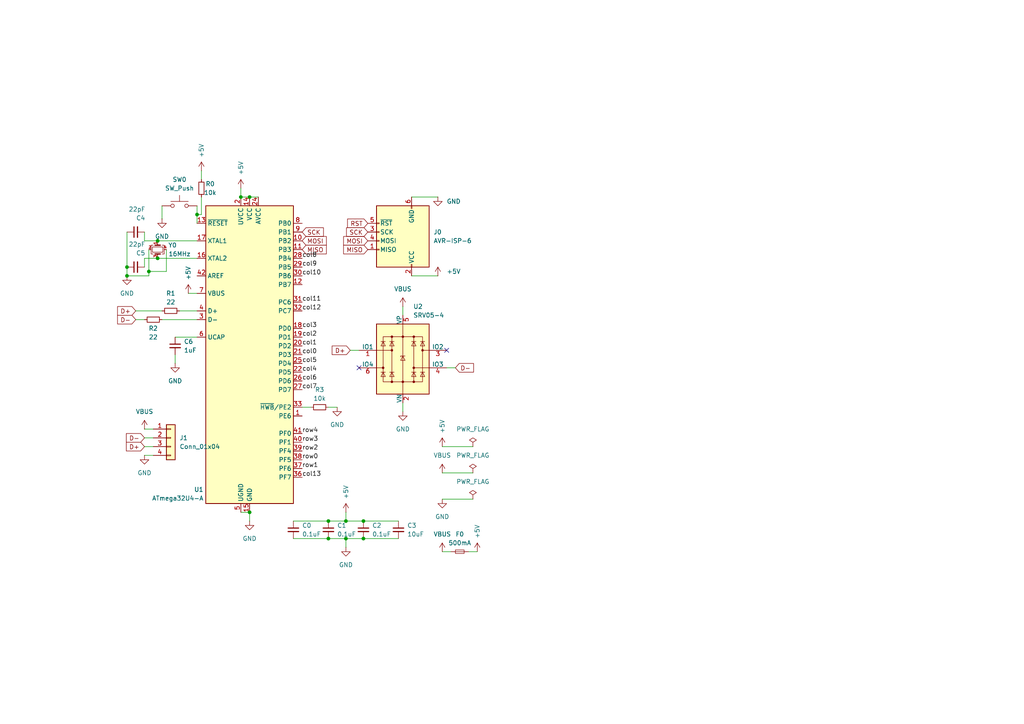
<source format=kicad_sch>
(kicad_sch (version 20231120) (generator "eeschema") (generator_version "8.0")
  (paper "A4")
  (junction (at 57.15 62.23))
  (junction (at 187.96 275.59))
  (junction (at 123.19 278.13))
  (junction (at 199.39 255.27))
  (junction (at 203.2 267.97))
  (junction (at 134.62 288.29))
  (junction (at 78.74 255.27))
  (junction (at 176.53 255.27))
  (junction (at 72.39 148.59))
  (junction (at 142.24 265.43))
  (junction (at 176.53 275.59))
  (junction (at 82.55 257.81))
  (junction (at 78.74 275.59))
  (junction (at 90.17 265.43))
  (junction (at 36.83 77.47))
  (junction (at 59.69 257.81))
  (junction (at 130.81 275.59))
  (junction (at 176.53 265.43))
  (junction (at 187.96 255.27))
  (junction (at 123.19 298.45))
  (junction (at 93.98 267.97))
  (junction (at 134.62 278.13))
  (junction (at 67.31 285.75))
  (junction (at 67.31 265.43))
  (junction (at 191.77 298.45))
  (junction (at 130.81 265.43))
  (junction (at 123.19 267.97))
  (junction (at 142.24 255.27))
  (junction (at 45.72 74.93))
  (junction (at 199.39 285.75))
  (junction (at 168.91 288.29))
  (junction (at 69.85 57.15))
  (junction (at 67.31 275.59))
  (junction (at 165.1 275.59))
  (junction (at 153.67 255.27))
  (junction (at 153.67 275.59))
  (junction (at 233.68 275.59))
  (junction (at 180.34 278.13))
  (junction (at 191.77 267.97))
  (junction (at 168.91 298.45))
  (junction (at 210.82 265.43))
  (junction (at 130.81 285.75))
  (junction (at 134.62 298.45))
  (junction (at 59.69 298.45))
  (junction (at 78.74 265.43))
  (junction (at 146.05 278.13))
  (junction (at 214.63 298.45))
  (junction (at 157.48 257.81))
  (junction (at 90.17 275.59))
  (junction (at 180.34 257.81))
  (junction (at 134.62 257.81))
  (junction (at 71.12 288.29))
  (junction (at 142.24 275.59))
  (junction (at 180.34 288.29))
  (junction (at 191.77 257.81))
  (junction (at 101.6 255.27))
  (junction (at 93.98 278.13))
  (junction (at 71.12 267.97))
  (junction (at 59.69 267.97))
  (junction (at 105.41 151.13))
  (junction (at 90.17 285.75))
  (junction (at 168.91 278.13))
  (junction (at 203.2 288.29))
  (junction (at 146.05 257.81))
  (junction (at 71.12 257.81))
  (junction (at 101.6 275.59))
  (junction (at 95.25 156.21))
  (junction (at 72.39 57.15))
  (junction (at 90.17 255.27))
  (junction (at 210.82 275.59))
  (junction (at 59.69 288.29))
  (junction (at 146.05 298.45))
  (junction (at 180.34 267.97))
  (junction (at 214.63 267.97))
  (junction (at 100.33 156.21))
  (junction (at 222.25 265.43))
  (junction (at 191.77 288.29))
  (junction (at 157.48 267.97))
  (junction (at 134.62 267.97))
  (junction (at 157.48 278.13))
  (junction (at 199.39 265.43))
  (junction (at 45.72 69.85))
  (junction (at 168.91 257.81))
  (junction (at 82.55 288.29))
  (junction (at 165.1 255.27))
  (junction (at 59.69 278.13))
  (junction (at 233.68 285.75))
  (junction (at 142.24 285.75))
  (junction (at 165.1 265.43))
  (junction (at 71.12 278.13))
  (junction (at 101.6 265.43))
  (junction (at 199.39 275.59))
  (junction (at 146.05 288.29))
  (junction (at 168.91 267.97))
  (junction (at 67.31 255.27))
  (junction (at 210.82 255.27))
  (junction (at 82.55 267.97))
  (junction (at 203.2 278.13))
  (junction (at 233.68 265.43))
  (junction (at 176.53 285.75))
  (junction (at 36.83 80.01))
  (junction (at 146.05 267.97))
  (junction (at 123.19 288.29))
  (junction (at 130.81 255.27))
  (junction (at 93.98 257.81))
  (junction (at 157.48 288.29))
  (junction (at 93.98 288.29))
  (junction (at 153.67 265.43))
  (junction (at 123.19 257.81))
  (junction (at 100.33 151.13))
  (junction (at 82.55 298.45))
  (junction (at 203.2 257.81))
  (junction (at 43.18 78.74))
  (junction (at 153.67 285.75))
  (junction (at 187.96 265.43))
  (junction (at 95.25 151.13))
  (junction (at 191.77 278.13))
  (junction (at 105.41 156.21))
  (junction (at 82.55 278.13))
  (junction (at 233.68 255.27))
  (no_connect (at 104.14 106.68))
  (no_connect (at 129.54 101.6))
  (wire (pts (xy 176.53 265.43) (xy 176.53 275.59)))
  (wire (pts (xy 41.91 74.93) (xy 45.72 74.93)))
  (wire (pts (xy 59.69 283.21) (xy 59.69 280.67)))
  (wire (pts (xy 129.54 106.68) (xy 132.08 106.68)))
  (wire (pts (xy 69.85 148.59) (xy 72.39 148.59)))
  (wire (pts (xy 59.69 267.97) (xy 71.12 267.97)))
  (wire (pts (xy 82.55 278.13) (xy 93.98 278.13)))
  (wire (pts (xy 203.2 288.29) (xy 226.06 288.29)))
  (wire (pts (xy 146.05 293.37) (xy 146.05 290.83)))
  (wire (pts (xy 59.69 250.19) (xy 62.23 250.19)))
  (wire (pts (xy 168.91 252.73) (xy 168.91 250.19)))
  (wire (pts (xy 180.34 252.73) (xy 180.34 250.19)))
  (wire (pts (xy 191.77 280.67) (xy 194.31 280.67)))
  (wire (pts (xy 134.62 260.35) (xy 137.16 260.35)))
  (wire (pts (xy 180.34 250.19) (xy 182.88 250.19)))
  (wire (pts (xy 191.77 273.05) (xy 191.77 270.51)))
  (wire (pts (xy 69.85 54.61) (xy 69.85 57.15)))
  (wire (pts (xy 87.63 118.11) (xy 90.17 118.11)))
  (wire (pts (xy 153.67 265.43) (xy 153.67 275.59)))
  (wire (pts (xy 165.1 248.92) (xy 165.1 255.27)))
  (wire (pts (xy 168.91 298.45) (xy 191.77 298.45)))
  (wire (pts (xy 58.42 62.23) (xy 57.15 62.23)))
  (wire (pts (xy 128.27 129.54) (xy 137.16 129.54)))
  (wire (pts (xy 100.33 148.59) (xy 100.33 151.13)))
  (wire (pts (xy 45.72 74.93) (xy 57.15 74.93)))
  (wire (pts (xy 59.69 273.05) (xy 59.69 270.51)))
  (wire (pts (xy 57.15 59.69) (xy 57.15 62.23)))
  (wire (pts (xy 180.34 280.67) (xy 182.88 280.67)))
  (wire (pts (xy 59.69 290.83) (xy 62.23 290.83)))
  (wire (pts (xy 222.25 265.43) (xy 222.25 295.91)))
  (wire (pts (xy 48.26 72.39) (xy 48.26 78.74)))
  (wire (pts (xy 41.91 127) (xy 44.45 127)))
  (wire (pts (xy 134.62 252.73) (xy 134.62 250.19)))
  (wire (pts (xy 101.6 265.43) (xy 101.6 275.59)))
  (wire (pts (xy 180.34 260.35) (xy 182.88 260.35)))
  (wire (pts (xy 130.81 255.27) (xy 130.81 265.43)))
  (wire (pts (xy 157.48 250.19) (xy 160.02 250.19)))
  (wire (pts (xy 101.6 255.27) (xy 101.6 265.43)))
  (wire (pts (xy 123.19 278.13) (xy 134.62 278.13)))
  (wire (pts (xy 71.12 278.13) (xy 82.55 278.13)))
  (wire (pts (xy 134.62 293.37) (xy 134.62 290.83)))
  (wire (pts (xy 58.42 298.45) (xy 59.69 298.45)))
  (wire (pts (xy 168.91 262.89) (xy 168.91 260.35)))
  (wire (pts (xy 180.34 288.29) (xy 191.77 288.29)))
  (wire (pts (xy 58.42 257.81) (xy 59.69 257.81)))
  (wire (pts (xy 135.89 160.02) (xy 138.43 160.02)))
  (wire (pts (xy 123.19 293.37) (xy 123.19 290.83)))
  (wire (pts (xy 82.55 280.67) (xy 85.09 280.67)))
  (wire (pts (xy 168.91 280.67) (xy 171.45 280.67)))
  (wire (pts (xy 39.37 92.71) (xy 41.91 92.71)))
  (wire (pts (xy 142.24 275.59) (xy 142.24 285.75)))
  (wire (pts (xy 134.62 298.45) (xy 146.05 298.45)))
  (wire (pts (xy 93.98 250.19) (xy 96.52 250.19)))
  (wire (pts (xy 93.98 267.97) (xy 123.19 267.97)))
  (wire (pts (xy 157.48 260.35) (xy 160.02 260.35)))
  (wire (pts (xy 168.91 293.37) (xy 168.91 290.83)))
  (wire (pts (xy 41.91 77.47) (xy 41.91 74.93)))
  (wire (pts (xy 191.77 260.35) (xy 194.31 260.35)))
  (wire (pts (xy 101.6 101.6) (xy 104.14 101.6)))
  (wire (pts (xy 54.61 85.09) (xy 57.15 85.09)))
  (wire (pts (xy 41.91 132.08) (xy 44.45 132.08)))
  (wire (pts (xy 146.05 280.67) (xy 148.59 280.67)))
  (wire (pts (xy 191.77 267.97) (xy 203.2 267.97)))
  (wire (pts (xy 134.62 262.89) (xy 134.62 260.35)))
  (wire (pts (xy 119.38 80.01) (xy 127 80.01)))
  (wire (pts (xy 36.83 77.47) (xy 36.83 80.01)))
  (wire (pts (xy 93.98 252.73) (xy 93.98 250.19)))
  (wire (pts (xy 134.62 290.83) (xy 137.16 290.83)))
  (wire (pts (xy 58.42 267.97) (xy 59.69 267.97)))
  (wire (pts (xy 180.34 267.97) (xy 191.77 267.97)))
  (wire (pts (xy 157.48 262.89) (xy 157.48 260.35)))
  (wire (pts (xy 146.05 278.13) (xy 157.48 278.13)))
  (wire (pts (xy 43.18 78.74) (xy 43.18 80.01)))
  (wire (pts (xy 82.55 288.29) (xy 93.98 288.29)))
  (wire (pts (xy 191.77 283.21) (xy 191.77 280.67)))
  (wire (pts (xy 146.05 262.89) (xy 146.05 260.35)))
  (wire (pts (xy 146.05 283.21) (xy 146.05 280.67)))
  (wire (pts (xy 82.55 262.89) (xy 82.55 260.35)))
  (wire (pts (xy 203.2 280.67) (xy 205.74 280.67)))
  (wire (pts (xy 214.63 267.97) (xy 226.06 267.97)))
  (wire (pts (xy 203.2 270.51) (xy 205.74 270.51)))
  (wire (pts (xy 67.31 285.75) (xy 67.31 295.91)))
  (wire (pts (xy 180.34 270.51) (xy 182.88 270.51)))
  (wire (pts (xy 187.96 248.92) (xy 187.96 255.27)))
  (wire (pts (xy 233.68 248.92) (xy 233.68 255.27)))
  (wire (pts (xy 82.55 257.81) (xy 93.98 257.81)))
  (wire (pts (xy 168.91 290.83) (xy 171.45 290.83)))
  (wire (pts (xy 134.62 257.81) (xy 146.05 257.81)))
  (wire (pts (xy 168.91 257.81) (xy 180.34 257.81)))
  (wire (pts (xy 157.48 283.21) (xy 157.48 280.67)))
  (wire (pts (xy 41.91 124.46) (xy 44.45 124.46)))
  (wire (pts (xy 142.24 248.92) (xy 142.24 255.27)))
  (wire (pts (xy 191.77 288.29) (xy 203.2 288.29)))
  (wire (pts (xy 59.69 262.89) (xy 59.69 260.35)))
  (wire (pts (xy 95.25 118.11) (xy 97.79 118.11)))
  (wire (pts (xy 130.81 285.75) (xy 130.81 295.91)))
  (wire (pts (xy 85.09 156.21) (xy 95.25 156.21)))
  (wire (pts (xy 41.91 67.31) (xy 41.91 69.85)))
  (wire (pts (xy 58.42 49.53) (xy 58.42 52.07)))
  (wire (pts (xy 199.39 285.75) (xy 199.39 295.91)))
  (wire (pts (xy 78.74 255.27) (xy 78.74 265.43)))
  (wire (pts (xy 157.48 257.81) (xy 168.91 257.81)))
  (wire (pts (xy 58.42 278.13) (xy 59.69 278.13)))
  (wire (pts (xy 226.06 262.89) (xy 226.06 260.35)))
  (wire (pts (xy 130.81 248.92) (xy 130.81 255.27)))
  (wire (pts (xy 123.19 280.67) (xy 125.73 280.67)))
  (wire (pts (xy 90.17 255.27) (xy 90.17 265.43)))
  (wire (pts (xy 59.69 257.81) (xy 71.12 257.81)))
  (wire (pts (xy 134.62 273.05) (xy 134.62 270.51)))
  (wire (pts (xy 100.33 156.21) (xy 105.41 156.21)))
  (wire (pts (xy 71.12 288.29) (xy 82.55 288.29)))
  (wire (pts (xy 203.2 250.19) (xy 205.74 250.19)))
  (wire (pts (xy 71.12 283.21) (xy 71.12 280.67)))
  (wire (pts (xy 134.62 278.13) (xy 146.05 278.13)))
  (wire (pts (xy 36.83 67.31) (xy 36.83 77.47)))
  (wire (pts (xy 199.39 248.92) (xy 199.39 255.27)))
  (wire (pts (xy 203.2 278.13) (xy 226.06 278.13)))
  (wire (pts (xy 134.62 267.97) (xy 146.05 267.97)))
  (wire (pts (xy 146.05 257.81) (xy 157.48 257.81)))
  (wire (pts (xy 72.39 148.59) (xy 72.39 151.13)))
  (wire (pts (xy 176.53 275.59) (xy 176.53 285.75)))
  (wire (pts (xy 134.62 270.51) (xy 137.16 270.51)))
  (wire (pts (xy 39.37 90.17) (xy 46.99 90.17)))
  (wire (pts (xy 226.06 290.83) (xy 228.6 290.83)))
  (wire (pts (xy 165.1 255.27) (xy 165.1 265.43)))
  (wire (pts (xy 123.19 267.97) (xy 134.62 267.97)))
  (wire (pts (xy 123.19 290.83) (xy 125.73 290.83)))
  (wire (pts (xy 90.17 265.43) (xy 90.17 275.59)))
  (wire (pts (xy 78.74 265.43) (xy 78.74 275.59)))
  (wire (pts (xy 48.26 78.74) (xy 43.18 78.74)))
  (wire (pts (xy 123.19 273.05) (xy 123.19 270.51)))
  (wire (pts (xy 43.18 72.39) (xy 43.18 78.74)))
  (wire (pts (xy 214.63 298.45) (xy 226.06 298.45)))
  (wire (pts (xy 123.19 283.21) (xy 123.19 280.67)))
  (wire (pts (xy 214.63 290.83) (xy 217.17 290.83)))
  (wire (pts (xy 233.68 255.27) (xy 233.68 265.43)))
  (wire (pts (xy 69.85 57.15) (xy 72.39 57.15)))
  (wire (pts (xy 71.12 250.19) (xy 73.66 250.19)))
  (wire (pts (xy 67.31 248.92) (xy 67.31 255.27)))
  (wire (pts (xy 191.77 252.73) (xy 191.77 250.19)))
  (wire (pts (xy 203.2 273.05) (xy 203.2 270.51)))
  (wire (pts (xy 226.06 280.67) (xy 228.6 280.67)))
  (wire (pts (xy 105.41 156.21) (xy 115.57 156.21)))
  (wire (pts (xy 233.68 275.59) (xy 233.68 285.75)))
  (wire (pts (xy 85.09 151.13) (xy 95.25 151.13)))
  (wire (pts (xy 226.06 293.37) (xy 226.06 290.83)))
  (wire (pts (xy 119.38 57.15) (xy 127 57.15)))
  (wire (pts (xy 95.25 151.13) (xy 100.33 151.13)))
  (wire (pts (xy 180.34 262.89) (xy 180.34 260.35)))
  (wire (pts (xy 59.69 280.67) (xy 62.23 280.67)))
  (wire (pts (xy 46.99 92.71) (xy 57.15 92.71)))
  (wire (pts (xy 199.39 255.27) (xy 199.39 265.43)))
  (wire (pts (xy 82.55 260.35) (xy 85.09 260.35)))
  (wire (pts (xy 146.05 298.45) (xy 168.91 298.45)))
  (wire (pts (xy 93.98 278.13) (xy 123.19 278.13)))
  (wire (pts (xy 82.55 273.05) (xy 82.55 270.51)))
  (wire (pts (xy 59.69 293.37) (xy 59.69 290.83)))
  (wire (pts (xy 82.55 293.37) (xy 82.55 290.83)))
  (wire (pts (xy 157.48 273.05) (xy 157.48 270.51)))
  (wire (pts (xy 59.69 252.73) (xy 59.69 250.19)))
  (wire (pts (xy 128.27 160.02) (xy 130.81 160.02)))
  (wire (pts (xy 128.27 137.16) (xy 137.16 137.16)))
  (wire (pts (xy 176.53 285.75) (xy 176.53 295.91)))
  (wire (pts (xy 93.98 257.81) (xy 123.19 257.81)))
  (wire (pts (xy 90.17 248.92) (xy 90.17 255.27)))
  (wire (pts (xy 59.69 278.13) (xy 71.12 278.13)))
  (wire (pts (xy 142.24 285.75) (xy 142.24 295.91)))
  (wire (pts (xy 168.91 283.21) (xy 168.91 280.67)))
  (wire (pts (xy 95.25 156.21) (xy 100.33 156.21)))
  (wire (pts (xy 226.06 252.73) (xy 226.06 250.19)))
  (wire (pts (xy 90.17 275.59) (xy 90.17 285.75)))
  (wire (pts (xy 191.77 293.37) (xy 191.77 290.83)))
  (wire (pts (xy 180.34 283.21) (xy 180.34 280.67)))
  (wire (pts (xy 105.41 151.13) (xy 115.57 151.13)))
  (wire (pts (xy 90.17 285.75) (xy 90.17 295.91)))
  (wire (pts (xy 180.34 278.13) (xy 191.77 278.13)))
  (wire (pts (xy 123.19 298.45) (xy 134.62 298.45)))
  (wire (pts (xy 187.96 255.27) (xy 187.96 265.43)))
  (wire (pts (xy 199.39 275.59) (xy 199.39 285.75)))
  (wire (pts (xy 203.2 283.21) (xy 203.2 280.67)))
  (wire (pts (xy 203.2 267.97) (xy 214.63 267.97)))
  (wire (pts (xy 71.12 270.51) (xy 73.66 270.51)))
  (wire (pts (xy 130.81 265.43) (xy 130.81 275.59)))
  (wire (pts (xy 50.8 102.87) (xy 50.8 105.41)))
  (wire (pts (xy 226.06 270.51) (xy 228.6 270.51)))
  (wire (pts (xy 82.55 267.97) (xy 93.98 267.97)))
  (wire (pts (xy 180.34 273.05) (xy 180.34 270.51)))
  (wire (pts (xy 157.48 270.51) (xy 160.02 270.51)))
  (wire (pts (xy 71.12 260.35) (xy 73.66 260.35)))
  (wire (pts (xy 50.8 97.79) (xy 57.15 97.79)))
  (wire (pts (xy 168.91 278.13) (xy 180.34 278.13)))
  (wire (pts (xy 123.19 262.89) (xy 123.19 260.35)))
  (wire (pts (xy 210.82 248.92) (xy 210.82 255.27)))
  (wire (pts (xy 130.81 275.59) (xy 130.81 285.75)))
  (wire (pts (xy 78.74 275.59) (xy 78.74 285.75)))
  (wire (pts (xy 210.82 265.43) (xy 210.82 275.59)))
  (wire (pts (xy 146.05 270.51) (xy 148.59 270.51)))
  (wire (pts (xy 71.12 267.97) (xy 82.55 267.97)))
  (wire (pts (xy 153.67 255.27) (xy 153.67 265.43)))
  (wire (pts (xy 157.48 267.97) (xy 168.91 267.97)))
  (wire (pts (xy 214.63 262.89) (xy 214.63 260.35)))
  (wire (pts (xy 59.69 260.35) (xy 62.23 260.35)))
  (wire (pts (xy 146.05 267.97) (xy 157.48 267.97)))
  (wire (pts (xy 165.1 275.59) (xy 165.1 285.75)))
  (wire (pts (xy 191.77 262.89) (xy 191.77 260.35)))
  (wire (pts (xy 226.06 260.35) (xy 228.6 260.35)))
  (wire (pts (xy 203.2 257.81) (xy 226.06 257.81)))
  (wire (pts (xy 93.98 260.35) (xy 96.52 260.35)))
  (wire (pts (xy 123.19 288.29) (xy 134.62 288.29)))
  (wire (pts (xy 168.91 270.51) (xy 171.45 270.51)))
  (wire (pts (xy 93.98 280.67) (xy 96.52 280.67)))
  (wire (pts (xy 203.2 260.35) (xy 205.74 260.35)))
  (wire (pts (xy 199.39 265.43) (xy 199.39 275.59)))
  (wire (pts (xy 67.31 265.43) (xy 67.31 275.59)))
  (wire (pts (xy 57.15 62.23) (xy 57.15 64.77)))
  (wire (pts (xy 134.62 280.67) (xy 137.16 280.67)))
  (wire (pts (xy 203.2 252.73) (xy 203.2 250.19)))
  (wire (pts (xy 168.91 267.97) (xy 180.34 267.97)))
  (wire (pts (xy 82.55 283.21) (xy 82.55 280.67)))
  (wire (pts (xy 46.99 59.69) (xy 46.99 63.5)))
  (wire (pts (xy 67.31 275.59) (xy 67.31 285.75)))
  (wire (pts (xy 134.62 250.19) (xy 137.16 250.19)))
  (wire (pts (xy 168.91 288.29) (xy 180.34 288.29)))
  (wire (pts (xy 72.39 57.15) (xy 74.93 57.15)))
  (wire (pts (xy 153.67 285.75) (xy 153.67 295.91)))
  (wire (pts (xy 82.55 270.51) (xy 85.09 270.51)))
  (wire (pts (xy 214.63 293.37) (xy 214.63 290.83)))
  (wire (pts (xy 67.31 255.27) (xy 67.31 265.43)))
  (wire (pts (xy 123.19 250.19) (xy 125.73 250.19)))
  (wire (pts (xy 168.91 273.05) (xy 168.91 270.51)))
  (wire (pts (xy 82.55 298.45) (xy 123.19 298.45)))
  (wire (pts (xy 59.69 288.29) (xy 71.12 288.29)))
  (wire (pts (xy 82.55 290.83) (xy 85.09 290.83)))
  (wire (pts (xy 41.91 129.54) (xy 44.45 129.54)))
  (wire (pts (xy 153.67 275.59) (xy 153.67 285.75)))
  (wire (pts (xy 191.77 290.83) (xy 194.31 290.83)))
  (wire (pts (xy 191.77 270.51) (xy 194.31 270.51)))
  (wire (pts (xy 134.62 288.29) (xy 146.05 288.29)))
  (wire (pts (xy 101.6 275.59) (xy 101.6 285.75)))
  (wire (pts (xy 93.98 283.21) (xy 93.98 280.67)))
  (wire (pts (xy 128.27 144.78) (xy 137.16 144.78)))
  (wire (pts (xy 59.69 270.51) (xy 62.23 270.51)))
  (wire (pts (xy 233.68 265.43) (xy 233.68 275.59)))
  (wire (pts (xy 165.1 265.43) (xy 165.1 275.59)))
  (wire (pts (xy 187.96 275.59) (xy 187.96 285.75)))
  (wire (pts (xy 116.84 88.9) (xy 116.84 91.44)))
  (wire (pts (xy 78.74 248.92) (xy 78.74 255.27)))
  (wire (pts (xy 191.77 250.19) (xy 194.31 250.19)))
  (wire (pts (xy 71.12 262.89) (xy 71.12 260.35)))
  (wire (pts (xy 41.91 69.85) (xy 45.72 69.85)))
  (wire (pts (xy 168.91 250.19) (xy 171.45 250.19)))
  (wire (pts (xy 210.82 255.27) (xy 210.82 265.43)))
  (wire (pts (xy 71.12 280.67) (xy 73.66 280.67)))
  (wire (pts (xy 82.55 252.73) (xy 82.55 250.19)))
  (wire (pts (xy 123.19 260.35) (xy 125.73 260.35)))
  (wire (pts (xy 176.53 255.27) (xy 176.53 265.43)))
  (wire (pts (xy 153.67 248.92) (xy 153.67 255.27)))
  (wire (pts (xy 101.6 248.92) (xy 101.6 255.27)))
  (wire (pts (xy 100.33 151.13) (xy 105.41 151.13)))
  (wire (pts (xy 93.98 262.89) (xy 93.98 260.35)))
  (wire (pts (xy 176.53 248.92) (xy 176.53 255.27)))
  (wire (pts (xy 43.18 80.01) (xy 36.83 80.01)))
  (wire (pts (xy 82.55 250.19) (xy 85.09 250.19)))
  (wire (pts (xy 93.98 273.05) (xy 93.98 270.51)))
  (wire (pts (xy 146.05 252.73) (xy 146.05 250.19)))
  (wire (pts (xy 142.24 265.43) (xy 142.24 275.59)))
  (wire (pts (xy 226.06 283.21) (xy 226.06 280.67)))
  (wire (pts (xy 52.07 90.17) (xy 57.15 90.17)))
  (wire (pts (xy 210.82 275.59) (xy 210.82 285.75)))
  (wire (pts (xy 71.12 252.73) (xy 71.12 250.19)))
  (wire (pts (xy 93.98 288.29) (xy 123.19 288.29)))
  (wire (pts (xy 142.24 255.27) (xy 142.24 265.43)))
  (wire (pts (xy 59.69 298.45) (xy 82.55 298.45)))
  (wire (pts (xy 58.42 288.29) (xy 59.69 288.29)))
  (wire (pts (xy 93.98 270.51) (xy 96.52 270.51)))
  (wire (pts (xy 191.77 298.45) (xy 214.63 298.45)))
  (wire (pts (xy 203.2 262.89) (xy 203.2 260.35)))
  (wire (pts (xy 157.48 288.29) (xy 168.91 288.29)))
  (wire (pts (xy 168.91 260.35) (xy 171.45 260.35)))
  (wire (pts (xy 157.48 280.67) (xy 160.02 280.67)))
  (wire (pts (xy 71.12 273.05) (xy 71.12 270.51)))
  (wire (pts (xy 45.72 69.85) (xy 57.15 69.85)))
  (wire (pts (xy 191.77 278.13) (xy 203.2 278.13)))
  (wire (pts (xy 146.05 290.83) (xy 148.59 290.83)))
  (wire (pts (xy 58.42 57.15) (xy 58.42 62.23)))
  (wire (pts (xy 146.05 288.29) (xy 157.48 288.29)))
  (wire (pts (xy 226.06 250.19) (xy 228.6 250.19)))
  (wire (pts (xy 146.05 250.19) (xy 148.59 250.19)))
  (wire (pts (xy 134.62 283.21) (xy 134.62 280.67)))
  (wire (pts (xy 191.77 257.81) (xy 203.2 257.81)))
  (wire (pts (xy 214.63 260.35) (xy 217.17 260.35)))
  (wire (pts (xy 116.84 116.84) (xy 116.84 119.38)))
  (wire (pts (xy 146.05 260.35) (xy 148.59 260.35)))
  (wire (pts (xy 123.19 270.51) (xy 125.73 270.51)))
  (wire (pts (xy 157.48 278.13) (xy 168.91 278.13)))
  (wire (pts (xy 157.48 252.73) (xy 157.48 250.19)))
  (wire (pts (xy 123.19 252.73) (xy 123.19 250.19)))
  (wire (pts (xy 100.33 156.21) (xy 100.33 158.75)))
  (wire (pts (xy 233.68 285.75) (xy 233.68 295.91)))
  (wire (pts (xy 123.19 257.81) (xy 134.62 257.81)))
  (wire (pts (xy 180.34 257.81) (xy 191.77 257.81)))
  (wire (pts (xy 71.12 257.81) (xy 82.55 257.81)))
  (wire (pts (xy 226.06 273.05) (xy 226.06 270.51)))
  (wire (pts (xy 187.96 265.43) (xy 187.96 275.59)))
  (wire (pts (xy 146.05 273.05) (xy 146.05 270.51)))
  (wire (pts (xy 222.25 248.92) (xy 222.25 265.43)))
  (label "col12" (at 87.63 90.17 0))
  (label "col10" (at 199.39 248.92 0))
  (label "col4" (at 87.63 107.95 0))
  (label "col5" (at 87.63 105.41 0))
  (label "col1" (at 87.63 100.33 0))
  (label "row1" (at 87.63 135.89 0))
  (label "row0" (at 87.63 133.35 0))
  (label "col6" (at 87.63 110.49 0))
  (label "col7" (at 165.1 248.92 0))
  (label "col8" (at 176.53 248.92 0))
  (label "col11" (at 210.82 248.92 0))
  (label "row3" (at 87.63 128.27 0))
  (label "col5" (at 142.24 248.92 0))
  (label "col13" (at 233.68 248.92 0))
  (label "col1" (at 78.74 248.92 0))
  (label "row3" (at 58.42 288.29 180))
  (label "col13" (at 87.63 138.43 0))
  (label "col4" (at 130.81 248.92 0))
  (label "col7" (at 87.63 113.03 0))
  (label "col3" (at 101.6 248.92 0))
  (label "row4" (at 58.42 298.45 180))
  (label "row1" (at 58.42 267.97 180))
  (label "col8" (at 87.63 74.93 0))
  (label "row2" (at 87.63 130.81 0))
  (label "col0" (at 67.31 248.92 0))
  (label "col9" (at 187.96 248.92 0))
  (label "col0" (at 87.63 102.87 0))
  (label "row0" (at 58.42 257.81 180))
  (label "row2" (at 58.42 278.13 180))
  (label "row4" (at 87.63 125.73 0))
  (label "col11" (at 87.63 87.63 0))
  (label "col12" (at 222.25 248.92 0))
  (label "col10" (at 87.63 80.01 0))
  (label "col3" (at 87.63 95.25 0))
  (label "col6" (at 153.67 248.92 0))
  (label "col2" (at 87.63 97.79 0))
  (label "col2" (at 90.17 248.92 0))
  (label "col9" (at 87.63 77.47 0))
  (global_label "SCK" (shape input) (at 87.63 67.31 0) (property "Intersheetrefs" "${INTERSHEET_REFS}" (effects (hide yes))))
  (global_label "D+" (shape input) (at 39.37 90.17 180) (property "Intersheetrefs" "${INTERSHEET_REFS}" (effects (hide yes))))
  (global_label "MOSI" (shape input) (at 106.68 69.85 180) (property "Intersheetrefs" "${INTERSHEET_REFS}" (effects (hide yes))))
  (global_label "D-" (shape input) (at 41.91 127 180) (property "Intersheetrefs" "${INTERSHEET_REFS}" (effects (hide yes))))
  (global_label "RST" (shape input) (at 106.68 64.77 180) (property "Intersheetrefs" "${INTERSHEET_REFS}" (effects (hide yes))))
  (global_label "D-" (shape input) (at 39.37 92.71 180) (property "Intersheetrefs" "${INTERSHEET_REFS}" (effects (hide yes))))
  (global_label "D+" (shape input) (at 41.91 129.54 180) (property "Intersheetrefs" "${INTERSHEET_REFS}" (effects (hide yes))))
  (global_label "D+" (shape input) (at 101.6 101.6 180) (property "Intersheetrefs" "${INTERSHEET_REFS}" (effects (hide yes))))
  (global_label "MISO" (shape input) (at 106.68 72.39 180) (property "Intersheetrefs" "${INTERSHEET_REFS}" (effects (hide yes))))
  (global_label "D-" (shape input) (at 132.08 106.68 0) (property "Intersheetrefs" "${INTERSHEET_REFS}" (effects (hide yes))))
  (global_label "SCK" (shape input) (at 106.68 67.31 180) (property "Intersheetrefs" "${INTERSHEET_REFS}" (effects (hide yes))))
  (global_label "MISO" (shape input) (at 87.63 72.39 0) (property "Intersheetrefs" "${INTERSHEET_REFS}" (effects (hide yes))))
  (global_label "MOSI" (shape input) (at 87.63 69.85 0) (property "Intersheetrefs" "${INTERSHEET_REFS}" (effects (hide yes))))
  (symbol (lib_id "marbastlib-mx:MX_SW_HS_CPG151101S11") (at 162.56 262.89 0) (unit 1)
    (property "Reference" "MX20" (at 162.56 257.81 0))
    (property "Value" "MX_SW_HS" (effects (hide yes)))
    (property "Footprint" "marbastlib-mx:SW_MX_HS_CPG151101S11_1u" (effects (hide yes)))
    (property "Description" "Push button switch, normally open, two pins, 45° tilted, Kailh CPG151101S11 for Cherry MX style switches" (effects (hide yes)))
  )
  (symbol (lib_id "marbastlib-mx:MX_SW_HS_CPG151101S11") (at 87.63 273.05 0) (unit 1)
    (property "Reference" "MX29" (at 87.63 267.97 0))
    (property "Value" "MX_SW_HS" (effects (hide yes)))
    (property "Footprint" "marbastlib-mx:SW_MX_HS_CPG151101S11_1u" (effects (hide yes)))
    (property "Description" "Push button switch, normally open, two pins, 45° tilted, Kailh CPG151101S11 for Cherry MX style switches" (effects (hide yes)))
  )
  (symbol (lib_id "Device:Crystal_GND24_Small") (at 45.72 72.39 270) (unit 1)
    (property "Reference" "Y0" (at 50.038 71.12 90))
    (property "Value" "16MHz" (at 52.07 73.66 90))
    (property "Footprint" "Crystal:Crystal_SMD_3225-4Pin_3.2x2.5mm" (effects (hide yes)))
    (property "Description" "Four pin crystal, GND on pins 2 and 4, small symbol" (effects (hide yes)))
  )
  (symbol (lib_id "Device:R_Small") (at 44.45 92.71 270) (unit 1)
    (property "Reference" "R2" (at 44.45 95.25 90))
    (property "Value" "22" (at 44.45 97.79 90))
    (property "Footprint" "Resistor_SMD:R_0805_2012Metric" (effects (hide yes)))
    (property "Description" "Resistor, small symbol" (effects (hide yes)))
  )
  (symbol (lib_id "marbastlib-mx:MX_SW_HS_CPG151101S11") (at 76.2 262.89 0) (unit 1)
    (property "Reference" "MX14" (at 76.2 257.81 0))
    (property "Value" "MX_SW_HS" (effects (hide yes)))
    (property "Footprint" "marbastlib-mx:SW_MX_HS_CPG151101S11_1u" (effects (hide yes)))
    (property "Description" "Push button switch, normally open, two pins, 45° tilted, Kailh CPG151101S11 for Cherry MX style switches" (effects (hide yes)))
  )
  (symbol (lib_id "marbastlib-mx:MX_SW_HS_CPG151101S11") (at 173.99 283.21 0) (unit 1)
    (property "Reference" "MX48" (at 173.99 278.13 0))
    (property "Value" "MX_SW_HS" (effects (hide yes)))
    (property "Footprint" "marbastlib-mx:SW_MX_HS_CPG151101S11_1u" (effects (hide yes)))
    (property "Description" "Push button switch, normally open, two pins, 45° tilted, Kailh CPG151101S11 for Cherry MX style switches" (effects (hide yes)))
  )
  (symbol (lib_id "marbastlib-mx:MX_SW_HS_CPG151101S11") (at 64.77 293.37 0) (unit 1)
    (property "Reference" "MX53" (at 64.77 288.29 0))
    (property "Value" "MX_SW_HS" (effects (hide yes)))
    (property "Footprint" "marbastlib-mx:SW_MX_HS_CPG151101S11_1u" (effects (hide yes)))
    (property "Description" "Push button switch, normally open, two pins, 45° tilted, Kailh CPG151101S11 for Cherry MX style switches" (effects (hide yes)))
  )
  (symbol (lib_id "marbastlib-mx:MX_SW_HS_CPG151101S11") (at 139.7 273.05 0) (unit 1)
    (property "Reference" "MX32" (at 139.7 267.97 0))
    (property "Value" "MX_SW_HS" (effects (hide yes)))
    (property "Footprint" "marbastlib-mx:SW_MX_HS_CPG151101S11_1u" (effects (hide yes)))
    (property "Description" "Push button switch, normally open, two pins, 45° tilted, Kailh CPG151101S11 for Cherry MX style switches" (effects (hide yes)))
  )
  (symbol (lib_id "marbastlib-mx:MX_SW_HS_CPG151101S11") (at 128.27 252.73 0) (unit 1)
    (property "Reference" "MX4" (at 128.27 247.65 0))
    (property "Value" "MX_SW_HS" (effects (hide yes)))
    (property "Footprint" "marbastlib-mx:SW_MX_HS_CPG151101S11_1u" (effects (hide yes)))
    (property "Description" "Push button switch, normally open, two pins, 45° tilted, Kailh CPG151101S11 for Cherry MX style switches" (effects (hide yes)))
  )
  (symbol (lib_id "power:GND") (at 128.27 144.78 0) (unit 1)
    (property "Reference" "#PWR016" (effects (hide yes)))
    (property "Value" "GND" (at 128.27 149.86 0))
    (property "Description" "Power symbol creates a global label with name \"GND\" , ground" (effects (hide yes)))
  )
  (symbol (lib_id "marbastlib-mx:MX_SW_HS_CPG151101S11") (at 219.71 262.89 0) (unit 1)
    (property "Reference" "MX25" (at 219.71 257.81 0))
    (property "Value" "MX_SW_HS" (effects (hide yes)))
    (property "Footprint" "marbastlib-mx:SW_MX_HS_CPG151101S11_1u" (effects (hide yes)))
    (property "Description" "Push button switch, normally open, two pins, 45° tilted, Kailh CPG151101S11 for Cherry MX style switches" (effects (hide yes)))
  )
  (symbol (lib_id "marbastlib-mx:MX_SW_HS_CPG151101S11") (at 99.06 252.73 0) (unit 1)
    (property "Reference" "MX3" (at 99.06 247.65 0))
    (property "Value" "MX_SW_HS" (effects (hide yes)))
    (property "Footprint" "marbastlib-mx:SW_MX_HS_CPG151101S11_1u" (effects (hide yes)))
    (property "Description" "Push button switch, normally open, two pins, 45° tilted, Kailh CPG151101S11 for Cherry MX style switches" (effects (hide yes)))
  )
  (symbol (lib_id "marbastlib-mx:MX_SW_HS_CPG151101S11") (at 162.56 273.05 0) (unit 1)
    (property "Reference" "MX34" (at 162.56 267.97 0))
    (property "Value" "MX_SW_HS" (effects (hide yes)))
    (property "Footprint" "marbastlib-mx:SW_MX_HS_CPG151101S11_1u" (effects (hide yes)))
    (property "Description" "Push button switch, normally open, two pins, 45° tilted, Kailh CPG151101S11 for Cherry MX style switches" (effects (hide yes)))
  )
  (symbol (lib_id "Device:Fuse_Small") (at 133.35 160.02 0) (unit 1)
    (property "Reference" "F0" (at 133.35 154.94 0))
    (property "Value" "500mA" (at 133.35 157.48 0))
    (property "Footprint" "Fuse:Fuse_1206_3216Metric" (effects (hide yes)))
    (property "Description" "Fuse, small symbol" (effects (hide yes)))
  )
  (symbol (lib_id "Device:D_Small") (at 168.91 255.27 90) (unit 1)
    (property "Reference" "D8" (at 166.116 253.746 90) (effects (justify right)))
    (property "Value" "D_Small" (effects (hide yes)))
    (property "Footprint" "Diode_SMD:D_SOD-123" (effects (hide yes)))
    (property "Description" "Diode, small symbol" (effects (hide yes)))
    (property "Sim.Device" "D" (effects (hide yes)))
    (property "Sim.Pins" "1=K 2=A" (effects (hide yes)))
  )
  (symbol (lib_id "Device:D_Small") (at 82.55 255.27 90) (unit 1)
    (property "Reference" "D2" (at 79.756 253.746 90) (effects (justify right)))
    (property "Value" "D_Small" (effects (hide yes)))
    (property "Footprint" "Diode_SMD:D_SOD-123" (effects (hide yes)))
    (property "Description" "Diode, small symbol" (effects (hide yes)))
    (property "Sim.Device" "D" (effects (hide yes)))
    (property "Sim.Pins" "1=K 2=A" (effects (hide yes)))
  )
  (symbol (lib_id "Device:D_Small") (at 180.34 275.59 90) (unit 1)
    (property "Reference" "D36" (at 177.546 274.066 90) (effects (justify right)))
    (property "Value" "D_Small" (effects (hide yes)))
    (property "Footprint" "Diode_SMD:D_SOD-123" (effects (hide yes)))
    (property "Description" "Diode, small symbol" (effects (hide yes)))
    (property "Sim.Device" "D" (effects (hide yes)))
    (property "Sim.Pins" "1=K 2=A" (effects (hide yes)))
  )
  (symbol (lib_id "Device:C_Small") (at 39.37 67.31 90) (unit 1)
    (property "Reference" "C4" (at 42.164 63.2398 90) (effects (justify left)))
    (property "Value" "22pF" (at 42.164 60.6998 90) (effects (justify left)))
    (property "Footprint" "Capacitor_SMD:C_0805_2012Metric" (effects (hide yes)))
    (property "Description" "Unpolarized capacitor, small symbol" (effects (hide yes)))
  )
  (symbol (lib_id "Device:D_Small") (at 226.06 275.59 90) (unit 1)
    (property "Reference" "D39" (at 223.266 274.066 90) (effects (justify right)))
    (property "Value" "D_Small" (effects (hide yes)))
    (property "Footprint" "Diode_SMD:D_SOD-123" (effects (hide yes)))
    (property "Description" "Diode, small symbol" (effects (hide yes)))
    (property "Sim.Device" "D" (effects (hide yes)))
    (property "Sim.Pins" "1=K 2=A" (effects (hide yes)))
  )
  (symbol (lib_id "Device:D_Small") (at 168.91 275.59 90) (unit 1)
    (property "Reference" "D35" (at 166.116 274.066 90) (effects (justify right)))
    (property "Value" "D_Small" (effects (hide yes)))
    (property "Footprint" "Diode_SMD:D_SOD-123" (effects (hide yes)))
    (property "Description" "Diode, small symbol" (effects (hide yes)))
    (property "Sim.Device" "D" (effects (hide yes)))
    (property "Sim.Pins" "1=K 2=A" (effects (hide yes)))
  )
  (symbol (lib_id "Device:D_Small") (at 214.63 265.43 90) (unit 1)
    (property "Reference" "D25" (at 211.836 263.906 90) (effects (justify right)))
    (property "Value" "D_Small" (effects (hide yes)))
    (property "Footprint" "Diode_SMD:D_SOD-123" (effects (hide yes)))
    (property "Description" "Diode, small symbol" (effects (hide yes)))
    (property "Sim.Device" "D" (effects (hide yes)))
    (property "Sim.Pins" "1=K 2=A" (effects (hide yes)))
  )
  (symbol (lib_id "Device:D_Small") (at 214.63 295.91 90) (unit 1)
    (property "Reference" "D60" (at 211.836 294.386 90) (effects (justify right)))
    (property "Value" "D_Small" (effects (hide yes)))
    (property "Footprint" "Diode_SMD:D_SOD-123" (effects (hide yes)))
    (property "Description" "Diode, small symbol" (effects (hide yes)))
    (property "Sim.Device" "D" (effects (hide yes)))
    (property "Sim.Pins" "1=K 2=A" (effects (hide yes)))
  )
  (symbol (lib_id "Connector:AVR-ISP-6") (at 116.84 67.31 180) (unit 1)
    (property "Reference" "J0" (at 125.73 67.3099 0) (effects (justify right)))
    (property "Value" "AVR-ISP-6" (at 125.73 69.8499 0) (effects (justify right)))
    (property "Footprint" "Connector_PinHeader_1.00mm:PinHeader_2x03_P1.00mm_Vertical" (effects (hide yes)))
    (property "Description" "Atmel 6-pin ISP connector" (effects (hide yes)))
  )
  (symbol (lib_id "power:GND") (at 97.79 118.11 0) (unit 1)
    (property "Reference" "#PWR022" (effects (hide yes)))
    (property "Value" "GND" (at 97.79 123.19 0))
    (property "Description" "Power symbol creates a global label with name \"GND\" , ground" (effects (hide yes)))
  )
  (symbol (lib_id "marbastlib-mx:MX_SW_HS_CPG151101S11") (at 185.42 273.05 0) (unit 1)
    (property "Reference" "MX36" (at 185.42 267.97 0))
    (property "Value" "MX_SW_HS" (effects (hide yes)))
    (property "Footprint" "marbastlib-mx:SW_MX_HS_CPG151101S11_1u" (effects (hide yes)))
    (property "Description" "Push button switch, normally open, two pins, 45° tilted, Kailh CPG151101S11 for Cherry MX style switches" (effects (hide yes)))
  )
  (symbol (lib_id "marbastlib-mx:MX_SW_HS_CPG151101S11") (at 151.13 262.89 0) (unit 1)
    (property "Reference" "MX19" (at 151.13 257.81 0))
    (property "Value" "MX_SW_HS" (effects (hide yes)))
    (property "Footprint" "marbastlib-mx:SW_MX_HS_CPG151101S11_1u" (effects (hide yes)))
    (property "Description" "Push button switch, normally open, two pins, 45° tilted, Kailh CPG151101S11 for Cherry MX style switches" (effects (hide yes)))
  )
  (symbol (lib_id "marbastlib-mx:MX_SW_HS_CPG151101S11") (at 99.06 283.21 0) (unit 1)
    (property "Reference" "MX43" (at 99.06 278.13 0))
    (property "Value" "MX_SW_HS" (effects (hide yes)))
    (property "Footprint" "marbastlib-mx:SW_MX_HS_CPG151101S11_1u" (effects (hide yes)))
    (property "Description" "Push button switch, normally open, two pins, 45° tilted, Kailh CPG151101S11 for Cherry MX style switches" (effects (hide yes)))
  )
  (symbol (lib_id "power:GND") (at 127 57.15 0) (unit 1)
    (property "Reference" "#PWR06" (effects (hide yes)))
    (property "Value" "GND" (at 129.54 58.4199 0) (effects (justify left)))
    (property "Description" "Power symbol creates a global label with name \"GND\" , ground" (effects (hide yes)))
  )
  (symbol (lib_id "marbastlib-mx:MX_SW_HS_CPG151101S11") (at 128.27 283.21 0) (unit 1)
    (property "Reference" "MX44" (at 128.27 278.13 0))
    (property "Value" "MX_SW_HS" (effects (hide yes)))
    (property "Footprint" "marbastlib-mx:SW_MX_HS_CPG151101S11_1u" (effects (hide yes)))
    (property "Description" "Push button switch, normally open, two pins, 45° tilted, Kailh CPG151101S11 for Cherry MX style switches" (effects (hide yes)))
  )
  (symbol (lib_id "marbastlib-mx:MX_SW_HS_CPG151101S11") (at 208.28 252.73 0) (unit 1)
    (property "Reference" "MX11" (at 208.28 247.65 0))
    (property "Value" "MX_SW_HS" (effects (hide yes)))
    (property "Footprint" "marbastlib-mx:SW_MX_HS_CPG151101S11_1u" (effects (hide yes)))
    (property "Description" "Push button switch, normally open, two pins, 45° tilted, Kailh CPG151101S11 for Cherry MX style switches" (effects (hide yes)))
  )
  (symbol (lib_id "Device:D_Small") (at 191.77 265.43 90) (unit 1)
    (property "Reference" "D23" (at 188.976 263.906 90) (effects (justify right)))
    (property "Value" "D_Small" (effects (hide yes)))
    (property "Footprint" "Diode_SMD:D_SOD-123" (effects (hide yes)))
    (property "Description" "Diode, small symbol" (effects (hide yes)))
    (property "Sim.Device" "D" (effects (hide yes)))
    (property "Sim.Pins" "1=K 2=A" (effects (hide yes)))
  )
  (symbol (lib_id "power:PWR_FLAG") (at 137.16 144.78 0) (unit 1)
    (property "Reference" "#FLG02" (effects (hide yes)))
    (property "Value" "PWR_FLAG" (at 137.16 139.7 0))
    (property "Description" "Special symbol for telling ERC where power comes from" (effects (hide yes)))
  )
  (symbol (lib_id "Device:D_Small") (at 82.55 285.75 90) (unit 1)
    (property "Reference" "D42" (at 79.756 284.226 90) (effects (justify right)))
    (property "Value" "D_Small" (effects (hide yes)))
    (property "Footprint" "Diode_SMD:D_SOD-123" (effects (hide yes)))
    (property "Description" "Diode, small symbol" (effects (hide yes)))
    (property "Sim.Device" "D" (effects (hide yes)))
    (property "Sim.Pins" "1=K 2=A" (effects (hide yes)))
  )
  (symbol (lib_id "Device:R_Small") (at 92.71 118.11 90) (unit 1)
    (property "Reference" "R3" (at 92.71 113.03 90))
    (property "Value" "10k" (at 92.71 115.57 90))
    (property "Footprint" "Resistor_SMD:R_0805_2012Metric" (effects (hide yes)))
    (property "Description" "Resistor, small symbol" (effects (hide yes)))
  )
  (symbol (lib_id "power:+5V") (at 41.91 124.46 0) (unit 1)
    (property "Reference" "#PWR017" (effects (hide yes)))
    (property "Value" "VBUS" (at 41.91 119.38 0))
    (property "Description" "Power symbol creates a global label with name \"+5V\"" (effects (hide yes)))
  )
  (symbol (lib_id "marbastlib-mx:MX_SW_HS_CPG151101S11") (at 87.63 262.89 0) (unit 1)
    (property "Reference" "MX15" (at 87.63 257.81 0))
    (property "Value" "MX_SW_HS" (effects (hide yes)))
    (property "Footprint" "marbastlib-mx:SW_MX_HS_CPG151101S11_1u" (effects (hide yes)))
    (property "Description" "Push button switch, normally open, two pins, 45° tilted, Kailh CPG151101S11 for Cherry MX style switches" (effects (hide yes)))
  )
  (symbol (lib_id "marbastlib-mx:MX_SW_HS_CPG151101S11") (at 139.7 262.89 0) (unit 1)
    (property "Reference" "MX18" (at 139.7 257.81 0))
    (property "Value" "MX_SW_HS" (effects (hide yes)))
    (property "Footprint" "marbastlib-mx:SW_MX_HS_CPG151101S11_1u" (effects (hide yes)))
    (property "Description" "Push button switch, normally open, two pins, 45° tilted, Kailh CPG151101S11 for Cherry MX style switches" (effects (hide yes)))
  )
  (symbol (lib_id "marbastlib-mx:MX_SW_HS_CPG151101S11") (at 196.85 252.73 0) (unit 1)
    (property "Reference" "MX10" (at 196.85 247.65 0))
    (property "Value" "MX_SW_HS" (effects (hide yes)))
    (property "Footprint" "marbastlib-mx:SW_MX_HS_CPG151101S11_1u" (effects (hide yes)))
    (property "Description" "Push button switch, normally open, two pins, 45° tilted, Kailh CPG151101S11 for Cherry MX style switches" (effects (hide yes)))
  )
  (symbol (lib_id "MCU_Microchip_ATmega:ATmega32U4-A") (at 72.39 102.87 0) (unit 1)
    (property "Reference" "U1" (at 57.658 141.986 0))
    (property "Value" "ATmega32U4-A" (at 51.562 144.526 0))
    (property "Footprint" "Package_QFP:TQFP-44_10x10mm_P0.8mm" (effects (hide yes)))
    (property "Datasheet" "http://ww1.microchip.com/downloads/en/DeviceDoc/Atmel-7766-8-bit-AVR-ATmega16U4-32U4_Datasheet.pdf" (effects (hide yes)))
    (property "Description" "16MHz, 32kB Flash, 2.5kB SRAM, 1kB EEPROM, USB 2.0, TQFP-44" (effects (hide yes)))
  )
  (symbol (lib_id "Device:D_Small") (at 71.12 285.75 90) (unit 1)
    (property "Reference" "D41" (at 68.326 284.226 90) (effects (justify right)))
    (property "Value" "D_Small" (effects (hide yes)))
    (property "Footprint" "Diode_SMD:D_SOD-123" (effects (hide yes)))
    (property "Description" "Diode, small symbol" (effects (hide yes)))
    (property "Sim.Device" "D" (effects (hide yes)))
    (property "Sim.Pins" "1=K 2=A" (effects (hide yes)))
  )
  (symbol (lib_id "Device:D_Small") (at 146.05 275.59 90) (unit 1)
    (property "Reference" "D33" (at 143.256 274.066 90) (effects (justify right)))
    (property "Value" "D_Small" (effects (hide yes)))
    (property "Footprint" "Diode_SMD:D_SOD-123" (effects (hide yes)))
    (property "Description" "Diode, small symbol" (effects (hide yes)))
    (property "Sim.Device" "D" (effects (hide yes)))
    (property "Sim.Pins" "1=K 2=A" (effects (hide yes)))
  )
  (symbol (lib_id "power:+5V") (at 116.84 88.9 0) (unit 1)
    (property "Reference" "#PWR015" (effects (hide yes)))
    (property "Value" "VBUS" (at 116.84 83.82 0))
    (property "Description" "Power symbol creates a global label with name \"+5V\"" (effects (hide yes)))
  )
  (symbol (lib_id "marbastlib-mx:MX_SW_HS_CPG151101S11") (at 219.71 293.37 0) (unit 1)
    (property "Reference" "MX60" (at 219.71 288.29 0))
    (property "Value" "MX_SW_HS" (effects (hide yes)))
    (property "Footprint" "marbastlib-mx:SW_MX_HS_CPG151101S11_1u" (effects (hide yes)))
    (property "Description" "Push button switch, normally open, two pins, 45° tilted, Kailh CPG151101S11 for Cherry MX style switches" (effects (hide yes)))
  )
  (symbol (lib_id "marbastlib-various:SRV05-4") (at 116.84 104.14 0) (unit 1)
    (property "Reference" "U2" (at 119.8565 88.9 0) (effects (justify left)))
    (property "Value" "SRV05-4" (at 119.8565 91.44 0) (effects (justify left)))
    (property "Footprint" "Package_TO_SOT_SMD:SOT-23-6" (effects (hide yes)))
    (property "Datasheet" "http://www.onsemi.com/pub/Collateral/SRV05-4-D.PDF" (effects (hide yes)))
    (property "Description" "ESD Protection Diodes with Low Clamping Voltage, SOT-23-6" (effects (hide yes)))
  )
  (symbol (lib_id "marbastlib-mx:MX_SW_HS_CPG151101S11") (at 99.06 273.05 0) (unit 1)
    (property "Reference" "MX30" (at 99.06 267.97 0))
    (property "Value" "MX_SW_HS" (effects (hide yes)))
    (property "Footprint" "marbastlib-mx:SW_MX_HS_CPG151101S11_1u" (effects (hide yes)))
    (property "Description" "Push button switch, normally open, two pins, 45° tilted, Kailh CPG151101S11 for Cherry MX style switches" (effects (hide yes)))
  )
  (symbol (lib_id "marbastlib-mx:MX_SW_HS_CPG151101S11") (at 231.14 262.89 0) (unit 1)
    (property "Reference" "MX26" (at 231.14 257.81 0))
    (property "Value" "MX_SW_HS" (effects (hide yes)))
    (property "Footprint" "marbastlib-mx:SW_MX_HS_CPG151101S11_1u" (effects (hide yes)))
    (property "Description" "Push button switch, normally open, two pins, 45° tilted, Kailh CPG151101S11 for Cherry MX style switches" (effects (hide yes)))
  )
  (symbol (lib_id "marbastlib-mx:MX_SW_HS_CPG151101S11") (at 231.14 273.05 0) (unit 1)
    (property "Reference" "MX39" (at 231.14 267.97 0))
    (property "Value" "MX_SW_HS" (effects (hide yes)))
    (property "Footprint" "marbastlib-mx:SW_MX_HS_CPG151101S11_1u" (effects (hide yes)))
    (property "Description" "Push button switch, normally open, two pins, 45° tilted, Kailh CPG151101S11 for Cherry MX style switches" (effects (hide yes)))
  )
  (symbol (lib_id "Device:D_Small") (at 71.12 275.59 90) (unit 1)
    (property "Reference" "D28" (at 68.326 274.066 90) (effects (justify right)))
    (property "Value" "D_Small" (effects (hide yes)))
    (property "Footprint" "Diode_SMD:D_SOD-123" (effects (hide yes)))
    (property "Description" "Diode, small symbol" (effects (hide yes)))
    (property "Sim.Device" "D" (effects (hide yes)))
    (property "Sim.Pins" "1=K 2=A" (effects (hide yes)))
  )
  (symbol (lib_id "Device:D_Small") (at 146.05 265.43 90) (unit 1)
    (property "Reference" "D19" (at 143.256 263.906 90) (effects (justify right)))
    (property "Value" "D_Small" (effects (hide yes)))
    (property "Footprint" "Diode_SMD:D_SOD-123" (effects (hide yes)))
    (property "Description" "Diode, small symbol" (effects (hide yes)))
    (property "Sim.Device" "D" (effects (hide yes)))
    (property "Sim.Pins" "1=K 2=A" (effects (hide yes)))
  )
  (symbol (lib_id "marbastlib-mx:MX_SW_HS_CPG151101S11") (at 151.13 273.05 0) (unit 1)
    (property "Reference" "MX33" (at 151.13 267.97 0))
    (property "Value" "MX_SW_HS" (effects (hide yes)))
    (property "Footprint" "marbastlib-mx:SW_MX_HS_CPG151101S11_1u" (effects (hide yes)))
    (property "Description" "Push button switch, normally open, two pins, 45° tilted, Kailh CPG151101S11 for Cherry MX style switches" (effects (hide yes)))
  )
  (symbol (lib_id "Device:D_Small") (at 82.55 295.91 90) (unit 1)
    (property "Reference" "D54" (at 79.756 294.386 90) (effects (justify right)))
    (property "Value" "D_Small" (effects (hide yes)))
    (property "Footprint" "Diode_SMD:D_SOD-123" (effects (hide yes)))
    (property "Description" "Diode, small symbol" (effects (hide yes)))
    (property "Sim.Device" "D" (effects (hide yes)))
    (property "Sim.Pins" "1=K 2=A" (effects (hide yes)))
  )
  (symbol (lib_id "Device:D_Small") (at 93.98 285.75 90) (unit 1)
    (property "Reference" "D43" (at 91.186 284.226 90) (effects (justify right)))
    (property "Value" "D_Small" (effects (hide yes)))
    (property "Footprint" "Diode_SMD:D_SOD-123" (effects (hide yes)))
    (property "Description" "Diode, small symbol" (effects (hide yes)))
    (property "Sim.Device" "D" (effects (hide yes)))
    (property "Sim.Pins" "1=K 2=A" (effects (hide yes)))
  )
  (symbol (lib_id "marbastlib-mx:MX_SW_HS_CPG151101S11") (at 151.13 283.21 0) (unit 1)
    (property "Reference" "MX46" (at 151.13 278.13 0))
    (property "Value" "MX_SW_HS" (effects (hide yes)))
    (property "Footprint" "marbastlib-mx:SW_MX_HS_CPG151101S11_1u" (effects (hide yes)))
    (property "Description" "Push button switch, normally open, two pins, 45° tilted, Kailh CPG151101S11 for Cherry MX style switches" (effects (hide yes)))
  )
  (symbol (lib_id "Device:D_Small") (at 134.62 275.59 90) (unit 1)
    (property "Reference" "D32" (at 131.826 274.066 90) (effects (justify right)))
    (property "Value" "D_Small" (effects (hide yes)))
    (property "Footprint" "Diode_SMD:D_SOD-123" (effects (hide yes)))
    (property "Description" "Diode, small symbol" (effects (hide yes)))
    (property "Sim.Device" "D" (effects (hide yes)))
    (property "Sim.Pins" "1=K 2=A" (effects (hide yes)))
  )
  (symbol (lib_id "Device:D_Small") (at 123.19 265.43 90) (unit 1)
    (property "Reference" "D17" (at 120.396 263.906 90) (effects (justify right)))
    (property "Value" "D_Small" (effects (hide yes)))
    (property "Footprint" "Diode_SMD:D_SOD-123" (effects (hide yes)))
    (property "Description" "Diode, small symbol" (effects (hide yes)))
    (property "Sim.Device" "D" (effects (hide yes)))
    (property "Sim.Pins" "1=K 2=A" (effects (hide yes)))
  )
  (symbol (lib_id "Device:D_Small") (at 226.06 285.75 90) (unit 1)
    (property "Reference" "D52" (at 223.266 284.226 90) (effects (justify right)))
    (property "Value" "D_Small" (effects (hide yes)))
    (property "Footprint" "Diode_SMD:D_SOD-123" (effects (hide yes)))
    (property "Description" "Diode, small symbol" (effects (hide yes)))
    (property "Sim.Device" "D" (effects (hide yes)))
    (property "Sim.Pins" "1=K 2=A" (effects (hide yes)))
  )
  (symbol (lib_id "Device:D_Small") (at 93.98 255.27 90) (unit 1)
    (property "Reference" "D3" (at 91.186 253.746 90) (effects (justify right)))
    (property "Value" "D_Small" (effects (hide yes)))
    (property "Footprint" "Diode_SMD:D_SOD-123" (effects (hide yes)))
    (property "Description" "Diode, small symbol" (effects (hide yes)))
    (property "Sim.Device" "D" (effects (hide yes)))
    (property "Sim.Pins" "1=K 2=A" (effects (hide yes)))
  )
  (symbol (lib_id "marbastlib-mx:MX_SW_HS_CPG151101S11") (at 99.06 262.89 0) (unit 1)
    (property "Reference" "MX16" (at 99.06 257.81 0))
    (property "Value" "MX_SW_HS" (effects (hide yes)))
    (property "Footprint" "marbastlib-mx:SW_MX_HS_CPG151101S11_1u" (effects (hide yes)))
    (property "Description" "Push button switch, normally open, two pins, 45° tilted, Kailh CPG151101S11 for Cherry MX style switches" (effects (hide yes)))
  )
  (symbol (lib_id "Device:C_Small") (at 105.41 153.67 0) (unit 1)
    (property "Reference" "C2" (at 107.95 152.4062 0) (effects (justify left)))
    (property "Value" "0.1uF" (at 107.95 154.9462 0) (effects (justify left)))
    (property "Footprint" "Capacitor_SMD:C_0805_2012Metric" (effects (hide yes)))
    (property "Description" "Unpolarized capacitor, small symbol" (effects (hide yes)))
  )
  (symbol (lib_id "Device:D_Small") (at 71.12 265.43 90) (unit 1)
    (property "Reference" "D14" (at 68.326 263.906 90) (effects (justify right)))
    (property "Value" "D_Small" (effects (hide yes)))
    (property "Footprint" "Diode_SMD:D_SOD-123" (effects (hide yes)))
    (property "Description" "Diode, small symbol" (effects (hide yes)))
    (property "Sim.Device" "D" (effects (hide yes)))
    (property "Sim.Pins" "1=K 2=A" (effects (hide yes)))
  )
  (symbol (lib_id "Device:D_Small") (at 191.77 285.75 90) (unit 1)
    (property "Reference" "D50" (at 188.976 284.226 90) (effects (justify right)))
    (property "Value" "D_Small" (effects (hide yes)))
    (property "Footprint" "Diode_SMD:D_SOD-123" (effects (hide yes)))
    (property "Description" "Diode, small symbol" (effects (hide yes)))
    (property "Sim.Device" "D" (effects (hide yes)))
    (property "Sim.Pins" "1=K 2=A" (effects (hide yes)))
  )
  (symbol (lib_id "marbastlib-mx:MX_SW_HS_CPG151101S11") (at 139.7 293.37 0) (unit 1)
    (property "Reference" "MX56" (at 139.7 288.29 0))
    (property "Value" "MX_SW_HS" (effects (hide yes)))
    (property "Footprint" "marbastlib-mx:SW_MX_HS_CPG151101S11_1u" (effects (hide yes)))
    (property "Description" "Push button switch, normally open, two pins, 45° tilted, Kailh CPG151101S11 for Cherry MX style switches" (effects (hide yes)))
  )
  (symbol (lib_id "Device:D_Small") (at 146.05 255.27 90) (unit 1)
    (property "Reference" "D6" (at 143.256 253.746 90) (effects (justify right)))
    (property "Value" "D_Small" (effects (hide yes)))
    (property "Footprint" "Diode_SMD:D_SOD-123" (effects (hide yes)))
    (property "Description" "Diode, small symbol" (effects (hide yes)))
    (property "Sim.Device" "D" (effects (hide yes)))
    (property "Sim.Pins" "1=K 2=A" (effects (hide yes)))
  )
  (symbol (lib_id "marbastlib-mx:MX_SW_HS_CPG151101S11") (at 208.28 283.21 0) (unit 1)
    (property "Reference" "MX51" (at 208.28 278.13 0))
    (property "Value" "MX_SW_HS" (effects (hide yes)))
    (property "Footprint" "marbastlib-mx:SW_MX_HS_CPG151101S11_1u" (effects (hide yes)))
    (property "Description" "Push button switch, normally open, two pins, 45° tilted, Kailh CPG151101S11 for Cherry MX style switches" (effects (hide yes)))
  )
  (symbol (lib_id "Device:D_Small") (at 123.19 255.27 90) (unit 1)
    (property "Reference" "D4" (at 120.396 253.746 90) (effects (justify right)))
    (property "Value" "D_Small" (effects (hide yes)))
    (property "Footprint" "Diode_SMD:D_SOD-123" (effects (hide yes)))
    (property "Description" "Diode, small symbol" (effects (hide yes)))
    (property "Sim.Device" "D" (effects (hide yes)))
    (property "Sim.Pins" "1=K 2=A" (effects (hide yes)))
  )
  (symbol (lib_id "marbastlib-mx:MX_SW_HS_CPG151101S11") (at 151.13 293.37 0) (unit 1)
    (property "Reference" "MX57" (at 151.13 288.29 0))
    (property "Value" "MX_SW_HS" (effects (hide yes)))
    (property "Footprint" "marbastlib-mx:SW_MX_HS_CPG151101S11_1u" (effects (hide yes)))
    (property "Description" "Push button switch, normally open, two pins, 45° tilted, Kailh CPG151101S11 for Cherry MX style switches" (effects (hide yes)))
  )
  (symbol (lib_id "Device:D_Small") (at 168.91 295.91 90) (unit 1)
    (property "Reference" "D58" (at 166.116 294.386 90) (effects (justify right)))
    (property "Value" "D_Small" (effects (hide yes)))
    (property "Footprint" "Diode_SMD:D_SOD-123" (effects (hide yes)))
    (property "Description" "Diode, small symbol" (effects (hide yes)))
    (property "Sim.Device" "D" (effects (hide yes)))
    (property "Sim.Pins" "1=K 2=A" (effects (hide yes)))
  )
  (symbol (lib_id "marbastlib-mx:MX_SW_HS_CPG151101S11") (at 139.7 252.73 0) (unit 1)
    (property "Reference" "MX5" (at 139.7 247.65 0))
    (property "Value" "MX_SW_HS" (effects (hide yes)))
    (property "Footprint" "marbastlib-mx:SW_MX_HS_CPG151101S11_1u" (effects (hide yes)))
    (property "Description" "Push button switch, normally open, two pins, 45° tilted, Kailh CPG151101S11 for Cherry MX style switches" (effects (hide yes)))
  )
  (symbol (lib_id "Device:D_Small") (at 180.34 265.43 90) (unit 1)
    (property "Reference" "D22" (at 177.546 263.906 90) (effects (justify right)))
    (property "Value" "D_Small" (effects (hide yes)))
    (property "Footprint" "Diode_SMD:D_SOD-123" (effects (hide yes)))
    (property "Description" "Diode, small symbol" (effects (hide yes)))
    (property "Sim.Device" "D" (effects (hide yes)))
    (property "Sim.Pins" "1=K 2=A" (effects (hide yes)))
  )
  (symbol (lib_id "Device:D_Small") (at 123.19 275.59 90) (unit 1)
    (property "Reference" "D31" (at 120.396 274.066 90) (effects (justify right)))
    (property "Value" "D_Small" (effects (hide yes)))
    (property "Footprint" "Diode_SMD:D_SOD-123" (effects (hide yes)))
    (property "Description" "Diode, small symbol" (effects (hide yes)))
    (property "Sim.Device" "D" (effects (hide yes)))
    (property "Sim.Pins" "1=K 2=A" (effects (hide yes)))
  )
  (symbol (lib_id "Device:D_Small") (at 203.2 255.27 90) (unit 1)
    (property "Reference" "D11" (at 200.406 253.746 90) (effects (justify right)))
    (property "Value" "D_Small" (effects (hide yes)))
    (property "Footprint" "Diode_SMD:D_SOD-123" (effects (hide yes)))
    (property "Description" "Diode, small symbol" (effects (hide yes)))
    (property "Sim.Device" "D" (effects (hide yes)))
    (property "Sim.Pins" "1=K 2=A" (effects (hide yes)))
  )
  (symbol (lib_id "Device:D_Small") (at 82.55 275.59 90) (unit 1)
    (property "Reference" "D29" (at 79.756 274.066 90) (effects (justify right)))
    (property "Value" "D_Small" (effects (hide yes)))
    (property "Footprint" "Diode_SMD:D_SOD-123" (effects (hide yes)))
    (property "Description" "Diode, small symbol" (effects (hide yes)))
    (property "Sim.Device" "D" (effects (hide yes)))
    (property "Sim.Pins" "1=K 2=A" (effects (hide yes)))
  )
  (symbol (lib_id "Device:D_Small") (at 157.48 265.43 90) (unit 1)
    (property "Reference" "D20" (at 154.686 263.906 90) (effects (justify right)))
    (property "Value" "D_Small" (effects (hide yes)))
    (property "Footprint" "Diode_SMD:D_SOD-123" (effects (hide yes)))
    (property "Description" "Diode, small symbol" (effects (hide yes)))
    (property "Sim.Device" "D" (effects (hide yes)))
    (property "Sim.Pins" "1=K 2=A" (effects (hide yes)))
  )
  (symbol (lib_id "marbastlib-mx:MX_SW_HS_CPG151101S11") (at 64.77 273.05 0) (unit 1)
    (property "Reference" "MX27" (at 64.77 267.97 0))
    (property "Value" "MX_SW_HS" (effects (hide yes)))
    (property "Footprint" "marbastlib-mx:SW_MX_HS_CPG151101S11_1u" (effects (hide yes)))
    (property "Description" "Push button switch, normally open, two pins, 45° tilted, Kailh CPG151101S11 for Cherry MX style switches" (effects (hide yes)))
  )
  (symbol (lib_id "marbastlib-mx:MX_SW_HS_CPG151101S11") (at 87.63 283.21 0) (unit 1)
    (property "Reference" "MX42" (at 87.63 278.13 0))
    (property "Value" "MX_SW_HS" (effects (hide yes)))
    (property "Footprint" "marbastlib-mx:SW_MX_HS_CPG151101S11_1u" (effects (hide yes)))
    (property "Description" "Push button switch, normally open, two pins, 45° tilted, Kailh CPG151101S11 for Cherry MX style switches" (effects (hide yes)))
  )
  (symbol (lib_id "marbastlib-mx:MX_SW_HS_CPG151101S11") (at 185.42 252.73 0) (unit 1)
    (property "Reference" "MX9" (at 185.42 247.65 0))
    (property "Value" "MX_SW_HS" (effects (hide yes)))
    (property "Footprint" "marbastlib-mx:SW_MX_HS_CPG151101S11_1u" (effects (hide yes)))
    (property "Description" "Push button switch, normally open, two pins, 45° tilted, Kailh CPG151101S11 for Cherry MX style switches" (effects (hide yes)))
  )
  (symbol (lib_id "marbastlib-mx:MX_SW_HS_CPG151101S11") (at 76.2 252.73 0) (unit 1)
    (property "Reference" "MX1" (at 76.2 247.65 0))
    (property "Value" "MX_SW_HS" (effects (hide yes)))
    (property "Footprint" "marbastlib-mx:SW_MX_HS_CPG151101S11_1u" (effects (hide yes)))
    (property "Description" "Push button switch, normally open, two pins, 45° tilted, Kailh CPG151101S11 for Cherry MX style switches" (effects (hide yes)))
  )
  (symbol (lib_id "power:+5V") (at 138.43 160.02 0) (unit 1)
    (property "Reference" "#PWR019" (effects (hide yes)))
    (property "Value" "+5V" (at 138.4299 156.21 90) (effects (justify left)))
    (property "Description" "Power symbol creates a global label with name \"+5V\"" (effects (hide yes)))
  )
  (symbol (lib_id "marbastlib-mx:MX_SW_HS_CPG151101S11") (at 231.14 252.73 0) (unit 1)
    (property "Reference" "MX12" (at 231.14 247.65 0))
    (property "Value" "MX_SW_HS" (effects (hide yes)))
    (property "Footprint" "marbastlib-mx:SW_MX_HS_CPG151101S11_1u" (effects (hide yes)))
    (property "Description" "Push button switch, normally open, two pins, 45° tilted, Kailh CPG151101S11 for Cherry MX style switches" (effects (hide yes)))
  )
  (symbol (lib_id "marbastlib-mx:MX_SW_HS_CPG151101S11") (at 196.85 293.37 0) (unit 1)
    (property "Reference" "MX59" (at 196.85 288.29 0))
    (property "Value" "MX_SW_HS" (effects (hide yes)))
    (property "Footprint" "marbastlib-mx:SW_MX_HS_CPG151101S11_1u" (effects (hide yes)))
    (property "Description" "Push button switch, normally open, two pins, 45° tilted, Kailh CPG151101S11 for Cherry MX style switches" (effects (hide yes)))
  )
  (symbol (lib_id "marbastlib-mx:MX_SW_HS_CPG151101S11") (at 139.7 283.21 0) (unit 1)
    (property "Reference" "MX45" (at 139.7 278.13 0))
    (property "Value" "MX_SW_HS" (effects (hide yes)))
    (property "Footprint" "marbastlib-mx:SW_MX_HS_CPG151101S11_1u" (effects (hide yes)))
    (property "Description" "Push button switch, normally open, two pins, 45° tilted, Kailh CPG151101S11 for Cherry MX style switches" (effects (hide yes)))
  )
  (symbol (lib_id "Device:D_Small") (at 71.12 255.27 90) (unit 1)
    (property "Reference" "D1" (at 68.326 253.746 90) (effects (justify right)))
    (property "Value" "D_Small" (effects (hide yes)))
    (property "Footprint" "Diode_SMD:D_SOD-123" (effects (hide yes)))
    (property "Description" "Diode, small symbol" (effects (hide yes)))
    (property "Sim.Device" "D" (effects (hide yes)))
    (property "Sim.Pins" "1=K 2=A" (effects (hide yes)))
  )
  (symbol (lib_id "Device:C_Small") (at 39.37 77.47 90) (unit 1)
    (property "Reference" "C5" (at 42.164 73.3998 90) (effects (justify left)))
    (property "Value" "22pF" (at 42.164 70.8598 90) (effects (justify left)))
    (property "Footprint" "Capacitor_SMD:C_0805_2012Metric" (effects (hide yes)))
    (property "Description" "Unpolarized capacitor, small symbol" (effects (hide yes)))
  )
  (symbol (lib_id "Device:D_Small") (at 226.06 255.27 90) (unit 1)
    (property "Reference" "D12" (at 223.266 253.746 90) (effects (justify right)))
    (property "Value" "D_Small" (effects (hide yes)))
    (property "Footprint" "Diode_SMD:D_SOD-123" (effects (hide yes)))
    (property "Description" "Diode, small symbol" (effects (hide yes)))
    (property "Sim.Device" "D" (effects (hide yes)))
    (property "Sim.Pins" "1=K 2=A" (effects (hide yes)))
  )
  (symbol (lib_id "Device:D_Small") (at 168.91 265.43 90) (unit 1)
    (property "Reference" "D21" (at 166.116 263.906 90) (effects (justify right)))
    (property "Value" "D_Small" (effects (hide yes)))
    (property "Footprint" "Diode_SMD:D_SOD-123" (effects (hide yes)))
    (property "Description" "Diode, small symbol" (effects (hide yes)))
    (property "Sim.Device" "D" (effects (hide yes)))
    (property "Sim.Pins" "1=K 2=A" (effects (hide yes)))
  )
  (symbol (lib_id "Connector_Generic:Conn_01x04") (at 49.53 127 0) (unit 1)
    (property "Reference" "J1" (at 52.07 126.9999 0) (effects (justify left)))
    (property "Value" "Conn_01x04" (at 52.07 129.5399 0) (effects (justify left)))
    (property "Footprint" "Connector_JST:JST_EH_S4B-EH_1x04_P2.50mm_Horizontal" (effects (hide yes)))
    (property "Description" "Generic connector, single row, 01x04, script generated (kicad-library-utils/schlib/autogen/connector/)" (effects (hide yes)))
  )
  (symbol (lib_id "Device:D_Small") (at 191.77 255.27 90) (unit 1)
    (property "Reference" "D10" (at 188.976 253.746 90) (effects (justify right)))
    (property "Value" "D_Small" (effects (hide yes)))
    (property "Footprint" "Diode_SMD:D_SOD-123" (effects (hide yes)))
    (property "Description" "Diode, small symbol" (effects (hide yes)))
    (property "Sim.Device" "D" (effects (hide yes)))
    (property "Sim.Pins" "1=K 2=A" (effects (hide yes)))
  )
  (symbol (lib_id "marbastlib-mx:MX_SW_HS_CPG151101S11") (at 196.85 273.05 0) (unit 1)
    (property "Reference" "MX37" (at 196.85 267.97 0))
    (property "Value" "MX_SW_HS" (effects (hide yes)))
    (property "Footprint" "marbastlib-mx:SW_MX_HS_CPG151101S11_1u" (effects (hide yes)))
    (property "Description" "Push button switch, normally open, two pins, 45° tilted, Kailh CPG151101S11 for Cherry MX style switches" (effects (hide yes)))
  )
  (symbol (lib_id "power:+5V") (at 128.27 129.54 0) (unit 1)
    (property "Reference" "#PWR010" (effects (hide yes)))
    (property "Value" "+5V" (at 128.2699 125.73 90) (effects (justify left)))
    (property "Description" "Power symbol creates a global label with name \"+5V\"" (effects (hide yes)))
  )
  (symbol (lib_id "Device:C_Small") (at 85.09 153.67 0) (unit 1)
    (property "Reference" "C0" (at 87.63 152.4062 0) (effects (justify left)))
    (property "Value" "0.1uF" (at 87.63 154.9462 0) (effects (justify left)))
    (property "Footprint" "Capacitor_SMD:C_0805_2012Metric" (effects (hide yes)))
    (property "Description" "Unpolarized capacitor, small symbol" (effects (hide yes)))
  )
  (symbol (lib_id "marbastlib-mx:MX_SW_HS_CPG151101S11") (at 173.99 252.73 0) (unit 1)
    (property "Reference" "MX8" (at 173.99 247.65 0))
    (property "Value" "MX_SW_HS" (effects (hide yes)))
    (property "Footprint" "marbastlib-mx:SW_MX_HS_CPG151101S11_1u" (effects (hide yes)))
    (property "Description" "Push button switch, normally open, two pins, 45° tilted, Kailh CPG151101S11 for Cherry MX style switches" (effects (hide yes)))
  )
  (symbol (lib_id "power:PWR_FLAG") (at 137.16 129.54 0) (unit 1)
    (property "Reference" "#FLG00" (effects (hide yes)))
    (property "Value" "PWR_FLAG" (at 137.16 124.46 0))
    (property "Description" "Special symbol for telling ERC where power comes from" (effects (hide yes)))
  )
  (symbol (lib_id "Device:D_Small") (at 59.69 295.91 90) (unit 1)
    (property "Reference" "D53" (at 56.896 294.386 90) (effects (justify right)))
    (property "Value" "D_Small" (effects (hide yes)))
    (property "Footprint" "Diode_SMD:D_SOD-123" (effects (hide yes)))
    (property "Description" "Diode, small symbol" (effects (hide yes)))
    (property "Sim.Device" "D" (effects (hide yes)))
    (property "Sim.Pins" "1=K 2=A" (effects (hide yes)))
  )
  (symbol (lib_id "power:+5V") (at 100.33 148.59 0) (unit 1)
    (property "Reference" "#PWR07" (effects (hide yes)))
    (property "Value" "+5V" (at 100.3299 144.78 90) (effects (justify left)))
    (property "Description" "Power symbol creates a global label with name \"+5V\"" (effects (hide yes)))
  )
  (symbol (lib_id "Switch:SW_Push") (at 52.07 59.69 0) (unit 1)
    (property "Reference" "SW0" (at 52.07 52.07 0))
    (property "Value" "SW_Push" (at 52.07 54.61 0))
    (property "Footprint" "Button_Switch_THT:SW_Tactile_Straight_KSA0Axx1LFTR" (effects (hide yes)))
    (property "Description" "Push button switch, generic, two pins" (effects (hide yes)))
  )
  (symbol (lib_id "power:GND") (at 72.39 151.13 0) (unit 1)
    (property "Reference" "#PWR024" (effects (hide yes)))
    (property "Value" "GND" (at 72.39 156.21 0))
    (property "Description" "Power symbol creates a global label with name \"GND\" , ground" (effects (hide yes)))
  )
  (symbol (lib_id "Device:D_Small") (at 203.2 265.43 90) (unit 1)
    (property "Reference" "D24" (at 200.406 263.906 90) (effects (justify right)))
    (property "Value" "D_Small" (effects (hide yes)))
    (property "Footprint" "Diode_SMD:D_SOD-123" (effects (hide yes)))
    (property "Description" "Diode, small symbol" (effects (hide yes)))
    (property "Sim.Device" "D" (effects (hide yes)))
    (property "Sim.Pins" "1=K 2=A" (effects (hide yes)))
  )
  (symbol (lib_id "Device:D_Small") (at 146.05 285.75 90) (unit 1)
    (property "Reference" "D46" (at 143.256 284.226 90) (effects (justify right)))
    (property "Value" "D_Small" (effects (hide yes)))
    (property "Footprint" "Diode_SMD:D_SOD-123" (effects (hide yes)))
    (property "Description" "Diode, small symbol" (effects (hide yes)))
    (property "Sim.Device" "D" (effects (hide yes)))
    (property "Sim.Pins" "1=K 2=A" (effects (hide yes)))
  )
  (symbol (lib_id "Device:D_Small") (at 191.77 275.59 90) (unit 1)
    (property "Reference" "D37" (at 188.976 274.066 90) (effects (justify right)))
    (property "Value" "D_Small" (effects (hide yes)))
    (property "Footprint" "Diode_SMD:D_SOD-123" (effects (hide yes)))
    (property "Description" "Diode, small symbol" (effects (hide yes)))
    (property "Sim.Device" "D" (effects (hide yes)))
    (property "Sim.Pins" "1=K 2=A" (effects (hide yes)))
  )
  (symbol (lib_id "Device:D_Small") (at 168.91 285.75 90) (unit 1)
    (property "Reference" "D48" (at 166.116 284.226 90) (effects (justify right)))
    (property "Value" "D_Small" (effects (hide yes)))
    (property "Footprint" "Diode_SMD:D_SOD-123" (effects (hide yes)))
    (property "Description" "Diode, small symbol" (effects (hide yes)))
    (property "Sim.Device" "D" (effects (hide yes)))
    (property "Sim.Pins" "1=K 2=A" (effects (hide yes)))
  )
  (symbol (lib_id "Device:D_Small") (at 203.2 285.75 90) (unit 1)
    (property "Reference" "D51" (at 200.406 284.226 90) (effects (justify right)))
    (property "Value" "D_Small" (effects (hide yes)))
    (property "Footprint" "Diode_SMD:D_SOD-123" (effects (hide yes)))
    (property "Description" "Diode, small symbol" (effects (hide yes)))
    (property "Sim.Device" "D" (effects (hide yes)))
    (property "Sim.Pins" "1=K 2=A" (effects (hide yes)))
  )
  (symbol (lib_id "Device:D_Small") (at 59.69 255.27 90) (unit 1)
    (property "Reference" "D0" (at 56.896 253.746 90) (effects (justify right)))
    (property "Value" "D_Small" (effects (hide yes)))
    (property "Footprint" "Diode_SMD:D_SOD-123" (effects (hide yes)))
    (property "Description" "Diode, small symbol" (effects (hide yes)))
    (property "Sim.Device" "D" (effects (hide yes)))
    (property "Sim.Pins" "1=K 2=A" (effects (hide yes)))
  )
  (symbol (lib_id "marbastlib-mx:MX_SW_HS_CPG151101S11") (at 173.99 262.89 0) (unit 1)
    (property "Reference" "MX21" (at 173.99 257.81 0))
    (property "Value" "MX_SW_HS" (effects (hide yes)))
    (property "Footprint" "marbastlib-mx:SW_MX_HS_CPG151101S11_1u" (effects (hide yes)))
    (property "Description" "Push button switch, normally open, two pins, 45° tilted, Kailh CPG151101S11 for Cherry MX style switches" (effects (hide yes)))
  )
  (symbol (lib_id "power:+5V") (at 127 80.01 0) (unit 1)
    (property "Reference" "#PWR012" (effects (hide yes)))
    (property "Value" "+5V" (at 129.54 78.7399 0) (effects (justify left)))
    (property "Description" "Power symbol creates a global label with name \"+5V\"" (effects (hide yes)))
  )
  (symbol (lib_id "Device:D_Small") (at 123.19 295.91 90) (unit 1)
    (property "Reference" "D55" (at 120.396 294.386 90) (effects (justify right)))
    (property "Value" "D_Small" (effects (hide yes)))
    (property "Footprint" "Diode_SMD:D_SOD-123" (effects (hide yes)))
    (property "Description" "Diode, small symbol" (effects (hide yes)))
    (property "Sim.Device" "D" (effects (hide yes)))
    (property "Sim.Pins" "1=K 2=A" (effects (hide yes)))
  )
  (symbol (lib_id "Device:C_Small") (at 115.57 153.67 0) (unit 1)
    (property "Reference" "C3" (at 118.11 152.4062 0) (effects (justify left)))
    (property "Value" "10uF" (at 118.11 154.9462 0) (effects (justify left)))
    (property "Footprint" "Capacitor_SMD:C_0805_2012Metric" (effects (hide yes)))
    (property "Description" "Unpolarized capacitor, small symbol" (effects (hide yes)))
  )
  (symbol (lib_id "Device:D_Small") (at 59.69 285.75 90) (unit 1)
    (property "Reference" "D40" (at 56.896 284.226 90) (effects (justify right)))
    (property "Value" "D_Small" (effects (hide yes)))
    (property "Footprint" "Diode_SMD:D_SOD-123" (effects (hide yes)))
    (property "Description" "Diode, small symbol" (effects (hide yes)))
    (property "Sim.Device" "D" (effects (hide yes)))
    (property "Sim.Pins" "1=K 2=A" (effects (hide yes)))
  )
  (symbol (lib_id "power:+5V") (at 58.42 49.53 0) (unit 1)
    (property "Reference" "#PWR04" (effects (hide yes)))
    (property "Value" "+5V" (at 58.4199 45.72 90) (effects (justify left)))
    (property "Description" "Power symbol creates a global label with name \"+5V\"" (effects (hide yes)))
  )
  (symbol (lib_id "power:GND") (at 116.84 119.38 0) (unit 1)
    (property "Reference" "#PWR023" (effects (hide yes)))
    (property "Value" "GND" (at 116.84 124.46 0))
    (property "Description" "Power symbol creates a global label with name \"GND\" , ground" (effects (hide yes)))
  )
  (symbol (lib_id "Device:D_Small") (at 59.69 275.59 90) (unit 1)
    (property "Reference" "D27" (at 56.896 274.066 90) (effects (justify right)))
    (property "Value" "D_Small" (effects (hide yes)))
    (property "Footprint" "Diode_SMD:D_SOD-123" (effects (hide yes)))
    (property "Description" "Diode, small symbol" (effects (hide yes)))
    (property "Sim.Device" "D" (effects (hide yes)))
    (property "Sim.Pins" "1=K 2=A" (effects (hide yes)))
  )
  (symbol (lib_id "Device:D_Small") (at 226.06 295.91 90) (unit 1)
    (property "Reference" "D61" (at 223.266 294.386 90) (effects (justify right)))
    (property "Value" "D_Small" (effects (hide yes)))
    (property "Footprint" "Diode_SMD:D_SOD-123" (effects (hide yes)))
    (property "Description" "Diode, small symbol" (effects (hide yes)))
    (property "Sim.Device" "D" (effects (hide yes)))
    (property "Sim.Pins" "1=K 2=A" (effects (hide yes)))
  )
  (symbol (lib_id "Device:D_Small") (at 93.98 265.43 90) (unit 1)
    (property "Reference" "D16" (at 91.186 263.906 90) (effects (justify right)))
    (property "Value" "D_Small" (effects (hide yes)))
    (property "Footprint" "Diode_SMD:D_SOD-123" (effects (hide yes)))
    (property "Description" "Diode, small symbol" (effects (hide yes)))
    (property "Sim.Device" "D" (effects (hide yes)))
    (property "Sim.Pins" "1=K 2=A" (effects (hide yes)))
  )
  (symbol (lib_id "Device:D_Small") (at 180.34 285.75 90) (unit 1)
    (property "Reference" "D49" (at 177.546 284.226 90) (effects (justify right)))
    (property "Value" "D_Small" (effects (hide yes)))
    (property "Footprint" "Diode_SMD:D_SOD-123" (effects (hide yes)))
    (property "Description" "Diode, small symbol" (effects (hide yes)))
    (property "Sim.Device" "D" (effects (hide yes)))
    (property "Sim.Pins" "1=K 2=A" (effects (hide yes)))
  )
  (symbol (lib_id "marbastlib-mx:MX_SW_HS_CPG151101S11") (at 162.56 252.73 0) (unit 1)
    (property "Reference" "MX7" (at 162.56 247.65 0))
    (property "Value" "MX_SW_HS" (effects (hide yes)))
    (property "Footprint" "marbastlib-mx:SW_MX_HS_CPG151101S11_1u" (effects (hide yes)))
    (property "Description" "Push button switch, normally open, two pins, 45° tilted, Kailh CPG151101S11 for Cherry MX style switches" (effects (hide yes)))
  )
  (symbol (lib_id "power:GND") (at 50.8 105.41 0) (unit 1)
    (property "Reference" "#PWR021" (effects (hide yes)))
    (property "Value" "GND" (at 50.8 110.49 0))
    (property "Description" "Power symbol creates a global label with name \"GND\" , ground" (effects (hide yes)))
  )
  (symbol (lib_id "marbastlib-mx:MX_SW_HS_CPG151101S11") (at 128.27 262.89 0) (unit 1)
    (property "Reference" "MX17" (at 128.27 257.81 0))
    (property "Value" "MX_SW_HS" (effects (hide yes)))
    (property "Footprint" "marbastlib-mx:SW_MX_HS_CPG151101S11_1u" (effects (hide yes)))
    (property "Description" "Push button switch, normally open, two pins, 45° tilted, Kailh CPG151101S11 for Cherry MX style switches" (effects (hide yes)))
  )
  (symbol (lib_id "marbastlib-mx:MX_SW_HS_CPG151101S11") (at 128.27 293.37 0) (unit 1)
    (property "Reference" "MX55" (at 128.27 288.29 0))
    (property "Value" "MX_SW_HS" (effects (hide yes)))
    (property "Footprint" "marbastlib-mx:SW_MX_HS_CPG151101S11_1u" (effects (hide yes)))
    (property "Description" "Push button switch, normally open, two pins, 45° tilted, Kailh CPG151101S11 for Cherry MX style switches" (effects (hide yes)))
  )
  (symbol (lib_id "Device:D_Small") (at 226.06 265.43 90) (unit 1)
    (property "Reference" "D26" (at 223.266 263.906 90) (effects (justify right)))
    (property "Value" "D_Small" (effects (hide yes)))
    (property "Footprint" "Diode_SMD:D_SOD-123" (effects (hide yes)))
    (property "Description" "Diode, small symbol" (effects (hide yes)))
    (property "Sim.Device" "D" (effects (hide yes)))
    (property "Sim.Pins" "1=K 2=A" (effects (hide yes)))
  )
  (symbol (lib_id "Device:D_Small") (at 180.34 255.27 90) (unit 1)
    (property "Reference" "D9" (at 177.546 253.746 90) (effects (justify right)))
    (property "Value" "D_Small" (effects (hide yes)))
    (property "Footprint" "Diode_SMD:D_SOD-123" (effects (hide yes)))
    (property "Description" "Diode, small symbol" (effects (hide yes)))
    (property "Sim.Device" "D" (effects (hide yes)))
    (property "Sim.Pins" "1=K 2=A" (effects (hide yes)))
  )
  (symbol (lib_id "Device:D_Small") (at 134.62 285.75 90) (unit 1)
    (property "Reference" "D45" (at 131.826 284.226 90) (effects (justify right)))
    (property "Value" "D_Small" (effects (hide yes)))
    (property "Footprint" "Diode_SMD:D_SOD-123" (effects (hide yes)))
    (property "Description" "Diode, small symbol" (effects (hide yes)))
    (property "Sim.Device" "D" (effects (hide yes)))
    (property "Sim.Pins" "1=K 2=A" (effects (hide yes)))
  )
  (symbol (lib_id "marbastlib-mx:MX_SW_HS_CPG151101S11") (at 173.99 293.37 0) (unit 1)
    (property "Reference" "MX58" (at 173.99 288.29 0))
    (property "Value" "MX_SW_HS" (effects (hide yes)))
    (property "Footprint" "marbastlib-mx:SW_MX_HS_CPG151101S11_1u" (effects (hide yes)))
    (property "Description" "Push button switch, normally open, two pins, 45° tilted, Kailh CPG151101S11 for Cherry MX style switches" (effects (hide yes)))
  )
  (symbol (lib_id "Device:D_Small") (at 157.48 285.75 90) (unit 1)
    (property "Reference" "D47" (at 154.686 284.226 90) (effects (justify right)))
    (property "Value" "D_Small" (effects (hide yes)))
    (property "Footprint" "Diode_SMD:D_SOD-123" (effects (hide yes)))
    (property "Description" "Diode, small symbol" (effects (hide yes)))
    (property "Sim.Device" "D" (effects (hide yes)))
    (property "Sim.Pins" "1=K 2=A" (effects (hide yes)))
  )
  (symbol (lib_id "marbastlib-mx:MX_SW_HS_CPG151101S11") (at 173.99 273.05 0) (unit 1)
    (property "Reference" "MX35" (at 173.99 267.97 0))
    (property "Value" "MX_SW_HS" (effects (hide yes)))
    (property "Footprint" "marbastlib-mx:SW_MX_HS_CPG151101S11_1u" (effects (hide yes)))
    (property "Description" "Push button switch, normally open, two pins, 45° tilted, Kailh CPG151101S11 for Cherry MX style switches" (effects (hide yes)))
  )
  (symbol (lib_id "marbastlib-mx:MX_SW_HS_CPG151101S11") (at 128.27 273.05 0) (unit 1)
    (property "Reference" "MX31" (at 128.27 267.97 0))
    (property "Value" "MX_SW_HS" (effects (hide yes)))
    (property "Footprint" "marbastlib-mx:SW_MX_HS_CPG151101S11_1u" (effects (hide yes)))
    (property "Description" "Push button switch, normally open, two pins, 45° tilted, Kailh CPG151101S11 for Cherry MX style switches" (effects (hide yes)))
  )
  (symbol (lib_id "marbastlib-mx:MX_SW_HS_CPG151101S11") (at 196.85 262.89 0) (unit 1)
    (property "Reference" "MX23" (at 196.85 257.81 0))
    (property "Value" "MX_SW_HS" (effects (hide yes)))
    (property "Footprint" "marbastlib-mx:SW_MX_HS_CPG151101S11_1u" (effects (hide yes)))
    (property "Description" "Push button switch, normally open, two pins, 45° tilted, Kailh CPG151101S11 for Cherry MX style switches" (effects (hide yes)))
  )
  (symbol (lib_id "Device:R_Small") (at 49.53 90.17 90) (unit 1)
    (property "Reference" "R1" (at 49.53 85.09 90))
    (property "Value" "22" (at 49.53 87.63 90))
    (property "Footprint" "Resistor_SMD:R_0805_2012Metric" (effects (hide yes)))
    (property "Description" "Resistor, small symbol" (effects (hide yes)))
  )
  (symbol (lib_id "marbastlib-mx:MX_SW_HS_CPG151101S11") (at 151.13 252.73 0) (unit 1)
    (property "Reference" "MX6" (at 151.13 247.65 0))
    (property "Value" "MX_SW_HS" (effects (hide yes)))
    (property "Footprint" "marbastlib-mx:SW_MX_HS_CPG151101S11_1u" (effects (hide yes)))
    (property "Description" "Push button switch, normally open, two pins, 45° tilted, Kailh CPG151101S11 for Cherry MX style switches" (effects (hide yes)))
  )
  (symbol (lib_id "power:+5V") (at 69.85 54.61 0) (unit 1)
    (property "Reference" "#PWR05" (effects (hide yes)))
    (property "Value" "+5V" (at 69.8499 50.8 90) (effects (justify left)))
    (property "Description" "Power symbol creates a global label with name \"+5V\"" (effects (hide yes)))
  )
  (symbol (lib_id "marbastlib-mx:MX_SW_HS_CPG151101S11") (at 231.14 283.21 0) (unit 1)
    (property "Reference" "MX52" (at 231.14 278.13 0))
    (property "Value" "MX_SW_HS" (effects (hide yes)))
    (property "Footprint" "marbastlib-mx:SW_MX_HS_CPG151101S11_1u" (effects (hide yes)))
    (property "Description" "Push button switch, normally open, two pins, 45° tilted, Kailh CPG151101S11 for Cherry MX style switches" (effects (hide yes)))
  )
  (symbol (lib_id "marbastlib-mx:MX_SW_HS_CPG151101S11") (at 231.14 293.37 0) (unit 1)
    (property "Reference" "MX61" (at 231.14 288.29 0))
    (property "Value" "MX_SW_HS" (effects (hide yes)))
    (property "Footprint" "marbastlib-mx:SW_MX_HS_CPG151101S11_1u" (effects (hide yes)))
    (property "Description" "Push button switch, normally open, two pins, 45° tilted, Kailh CPG151101S11 for Cherry MX style switches" (effects (hide yes)))
  )
  (symbol (lib_id "Device:D_Small") (at 157.48 275.59 90) (unit 1)
    (property "Reference" "D34" (at 154.686 274.066 90) (effects (justify right)))
    (property "Value" "D_Small" (effects (hide yes)))
    (property "Footprint" "Diode_SMD:D_SOD-123" (effects (hide yes)))
    (property "Description" "Diode, small symbol" (effects (hide yes)))
    (property "Sim.Device" "D" (effects (hide yes)))
    (property "Sim.Pins" "1=K 2=A" (effects (hide yes)))
  )
  (symbol (lib_id "Device:D_Small") (at 82.55 265.43 90) (unit 1)
    (property "Reference" "D15" (at 79.756 263.906 90) (effects (justify right)))
    (property "Value" "D_Small" (effects (hide yes)))
    (property "Footprint" "Diode_SMD:D_SOD-123" (effects (hide yes)))
    (property "Description" "Diode, small symbol" (effects (hide yes)))
    (property "Sim.Device" "D" (effects (hide yes)))
    (property "Sim.Pins" "1=K 2=A" (effects (hide yes)))
  )
  (symbol (lib_id "power:GND") (at 36.83 80.01 0) (unit 1)
    (property "Reference" "#PWR011" (effects (hide yes)))
    (property "Value" "GND" (at 36.83 85.09 0))
    (property "Description" "Power symbol creates a global label with name \"GND\" , ground" (effects (hide yes)))
  )
  (symbol (lib_id "marbastlib-mx:MX_SW_HS_CPG151101S11") (at 64.77 283.21 0) (unit 1)
    (property "Reference" "MX40" (at 64.77 278.13 0))
    (property "Value" "MX_SW_HS" (effects (hide yes)))
    (property "Footprint" "marbastlib-mx:SW_MX_HS_CPG151101S11_1u" (effects (hide yes)))
    (property "Description" "Push button switch, normally open, two pins, 45° tilted, Kailh CPG151101S11 for Cherry MX style switches" (effects (hide yes)))
  )
  (symbol (lib_id "marbastlib-mx:MX_SW_HS_CPG151101S11") (at 208.28 262.89 0) (unit 1)
    (property "Reference" "MX24" (at 208.28 257.81 0))
    (property "Value" "MX_SW_HS" (effects (hide yes)))
    (property "Footprint" "marbastlib-mx:SW_MX_HS_CPG151101S11_1u" (effects (hide yes)))
    (property "Description" "Push button switch, normally open, two pins, 45° tilted, Kailh CPG151101S11 for Cherry MX style switches" (effects (hide yes)))
  )
  (symbol (lib_id "Device:D_Small") (at 123.19 285.75 90) (unit 1)
    (property "Reference" "D44" (at 120.396 284.226 90) (effects (justify right)))
    (property "Value" "D_Small" (effects (hide yes)))
    (property "Footprint" "Diode_SMD:D_SOD-123" (effects (hide yes)))
    (property "Description" "Diode, small symbol" (effects (hide yes)))
    (property "Sim.Device" "D" (effects (hide yes)))
    (property "Sim.Pins" "1=K 2=A" (effects (hide yes)))
  )
  (symbol (lib_id "Device:C_Small") (at 95.25 153.67 0) (unit 1)
    (property "Reference" "C1" (at 97.79 152.4062 0) (effects (justify left)))
    (property "Value" "0.1uF" (at 97.79 154.9462 0) (effects (justify left)))
    (property "Footprint" "Capacitor_SMD:C_0805_2012Metric" (effects (hide yes)))
    (property "Description" "Unpolarized capacitor, small symbol" (effects (hide yes)))
  )
  (symbol (lib_id "power:+5V") (at 128.27 137.16 0) (unit 1)
    (property "Reference" "#PWR013" (effects (hide yes)))
    (property "Value" "VBUS" (at 128.27 132.08 0))
    (property "Description" "Power symbol creates a global label with name \"+5V\"" (effects (hide yes)))
  )
  (symbol (lib_id "Device:D_Small") (at 134.62 255.27 90) (unit 1)
    (property "Reference" "D5" (at 131.826 253.746 90) (effects (justify right)))
    (property "Value" "D_Small" (effects (hide yes)))
    (property "Footprint" "Diode_SMD:D_SOD-123" (effects (hide yes)))
    (property "Description" "Diode, small symbol" (effects (hide yes)))
    (property "Sim.Device" "D" (effects (hide yes)))
    (property "Sim.Pins" "1=K 2=A" (effects (hide yes)))
  )
  (symbol (lib_id "Device:D_Small") (at 134.62 265.43 90) (unit 1)
    (property "Reference" "D18" (at 131.826 263.906 90) (effects (justify right)))
    (property "Value" "D_Small" (effects (hide yes)))
    (property "Footprint" "Diode_SMD:D_SOD-123" (effects (hide yes)))
    (property "Description" "Diode, small symbol" (effects (hide yes)))
    (property "Sim.Device" "D" (effects (hide yes)))
    (property "Sim.Pins" "1=K 2=A" (effects (hide yes)))
  )
  (symbol (lib_id "Device:R_Small") (at 58.42 54.61 0) (unit 1)
    (property "Reference" "R0" (at 60.96 53.34 0))
    (property "Value" "10k" (at 60.96 55.88 0))
    (property "Footprint" "Resistor_SMD:R_0805_2012Metric" (effects (hide yes)))
    (property "Description" "Resistor, small symbol" (effects (hide yes)))
  )
  (symbol (lib_id "marbastlib-mx:MX_SW_HS_CPG151101S11") (at 185.42 283.21 0) (unit 1)
    (property "Reference" "MX49" (at 185.42 278.13 0))
    (property "Value" "MX_SW_HS" (effects (hide yes)))
    (property "Footprint" "marbastlib-mx:SW_MX_HS_CPG151101S11_1u" (effects (hide yes)))
    (property "Description" "Push button switch, normally open, two pins, 45° tilted, Kailh CPG151101S11 for Cherry MX style switches" (effects (hide yes)))
  )
  (symbol (lib_id "power:+5V") (at 128.27 160.02 0) (unit 1)
    (property "Reference" "#PWR018" (effects (hide yes)))
    (property "Value" "VBUS" (at 128.27 154.94 0))
    (property "Description" "Power symbol creates a global label with name \"+5V\"" (effects (hide yes)))
  )
  (symbol (lib_id "marbastlib-mx:MX_SW_HS_CPG151101S11") (at 196.85 283.21 0) (unit 1)
    (property "Reference" "MX50" (at 196.85 278.13 0))
    (property "Value" "MX_SW_HS" (effects (hide yes)))
    (property "Footprint" "marbastlib-mx:SW_MX_HS_CPG151101S11_1u" (effects (hide yes)))
    (property "Description" "Push button switch, normally open, two pins, 45° tilted, Kailh CPG151101S11 for Cherry MX style switches" (effects (hide yes)))
  )
  (symbol (lib_id "marbastlib-mx:MX_SW_HS_CPG151101S11") (at 208.28 273.05 0) (unit 1)
    (property "Reference" "MX38" (at 208.28 267.97 0))
    (property "Value" "MX_SW_HS" (effects (hide yes)))
    (property "Footprint" "marbastlib-mx:SW_MX_HS_CPG151101S11_1u" (effects (hide yes)))
    (property "Description" "Push button switch, normally open, two pins, 45° tilted, Kailh CPG151101S11 for Cherry MX style switches" (effects (hide yes)))
  )
  (symbol (lib_id "power:GND") (at 46.99 63.5 0) (unit 1)
    (property "Reference" "#PWR08" (effects (hide yes)))
    (property "Value" "GND" (at 46.99 68.58 0))
    (property "Description" "Power symbol creates a global label with name \"GND\" , ground" (effects (hide yes)))
  )
  (symbol (lib_id "Device:D_Small") (at 59.69 265.43 90) (unit 1)
    (property "Reference" "D13" (at 56.896 263.906 90) (effects (justify right)))
    (property "Value" "D_Small" (effects (hide yes)))
    (property "Footprint" "Diode_SMD:D_SOD-123" (effects (hide yes)))
    (property "Description" "Diode, small symbol" (effects (hide yes)))
    (property "Sim.Device" "D" (effects (hide yes)))
    (property "Sim.Pins" "1=K 2=A" (effects (hide yes)))
  )
  (symbol (lib_id "marbastlib-mx:MX_SW_HS_CPG151101S11") (at 64.77 252.73 0) (unit 1)
    (property "Reference" "MX0" (at 64.77 247.65 0))
    (property "Value" "MX_SW_HS" (effects (hide yes)))
    (property "Footprint" "marbastlib-mx:SW_MX_HS_CPG151101S11_1u" (effects (hide yes)))
    (property "Description" "Push button switch, normally open, two pins, 45° tilted, Kailh CPG151101S11 for Cherry MX style switches" (effects (hide yes)))
  )
  (symbol (lib_id "Device:D_Small") (at 93.98 275.59 90) (unit 1)
    (property "Reference" "D30" (at 91.186 274.066 90) (effects (justify right)))
    (property "Value" "D_Small" (effects (hide yes)))
    (property "Footprint" "Diode_SMD:D_SOD-123" (effects (hide yes)))
    (property "Description" "Diode, small symbol" (effects (hide yes)))
    (property "Sim.Device" "D" (effects (hide yes)))
    (property "Sim.Pins" "1=K 2=A" (effects (hide yes)))
  )
  (symbol (lib_id "Device:D_Small") (at 157.48 255.27 90) (unit 1)
    (property "Reference" "D7" (at 154.686 253.746 90) (effects (justify right)))
    (property "Value" "D_Small" (effects (hide yes)))
    (property "Footprint" "Diode_SMD:D_SOD-123" (effects (hide yes)))
    (property "Description" "Diode, small symbol" (effects (hide yes)))
    (property "Sim.Device" "D" (effects (hide yes)))
    (property "Sim.Pins" "1=K 2=A" (effects (hide yes)))
  )
  (symbol (lib_id "Device:D_Small") (at 134.62 295.91 90) (unit 1)
    (property "Reference" "D56" (at 131.826 294.386 90) (effects (justify right)))
    (property "Value" "D_Small" (effects (hide yes)))
    (property "Footprint" "Diode_SMD:D_SOD-123" (effects (hide yes)))
    (property "Description" "Diode, small symbol" (effects (hide yes)))
    (property "Sim.Device" "D" (effects (hide yes)))
    (property "Sim.Pins" "1=K 2=A" (effects (hide yes)))
  )
  (symbol (lib_id "marbastlib-mx:MX_SW_HS_CPG151101S11") (at 162.56 283.21 0) (unit 1)
    (property "Reference" "MX47" (at 162.56 278.13 0))
    (property "Value" "MX_SW_HS" (effects (hide yes)))
    (property "Footprint" "marbastlib-mx:SW_MX_HS_CPG151101S11_1u" (effects (hide yes)))
    (property "Description" "Push button switch, normally open, two pins, 45° tilted, Kailh CPG151101S11 for Cherry MX style switches" (effects (hide yes)))
  )
  (symbol (lib_id "marbastlib-mx:MX_SW_HS_CPG151101S11") (at 76.2 283.21 0) (unit 1)
    (property "Reference" "MX41" (at 76.2 278.13 0))
    (property "Value" "MX_SW_HS" (effects (hide yes)))
    (property "Footprint" "marbastlib-mx:SW_MX_HS_CPG151101S11_1u" (effects (hide yes)))
    (property "Description" "Push button switch, normally open, two pins, 45° tilted, Kailh CPG151101S11 for Cherry MX style switches" (effects (hide yes)))
  )
  (symbol (lib_id "marbastlib-mx:MX_SW_HS_CPG151101S11") (at 87.63 252.73 0) (unit 1)
    (property "Reference" "MX2" (at 87.63 247.65 0))
    (property "Value" "MX_SW_HS" (effects (hide yes)))
    (property "Footprint" "marbastlib-mx:SW_MX_HS_CPG151101S11_1u" (effects (hide yes)))
    (property "Description" "Push button switch, normally open, two pins, 45° tilted, Kailh CPG151101S11 for Cherry MX style switches" (effects (hide yes)))
  )
  (symbol (lib_id "Device:D_Small") (at 191.77 295.91 90) (unit 1)
    (property "Reference" "D59" (at 188.976 294.386 90) (effects (justify right)))
    (property "Value" "D_Small" (effects (hide yes)))
    (property "Footprint" "Diode_SMD:D_SOD-123" (effects (hide yes)))
    (property "Description" "Diode, small symbol" (effects (hide yes)))
    (property "Sim.Device" "D" (effects (hide yes)))
    (property "Sim.Pins" "1=K 2=A" (effects (hide yes)))
  )
  (symbol (lib_id "power:GND") (at 41.91 132.08 0) (unit 1)
    (property "Reference" "#PWR020" (effects (hide yes)))
    (property "Value" "GND" (at 41.91 137.16 0))
    (property "Description" "Power symbol creates a global label with name \"GND\" , ground" (effects (hide yes)))
  )
  (symbol (lib_id "Device:D_Small") (at 146.05 295.91 90) (unit 1)
    (property "Reference" "D57" (at 143.256 294.386 90) (effects (justify right)))
    (property "Value" "D_Small" (effects (hide yes)))
    (property "Footprint" "Diode_SMD:D_SOD-123" (effects (hide yes)))
    (property "Description" "Diode, small symbol" (effects (hide yes)))
    (property "Sim.Device" "D" (effects (hide yes)))
    (property "Sim.Pins" "1=K 2=A" (effects (hide yes)))
  )
  (symbol (lib_id "power:GND") (at 100.33 158.75 0) (unit 1)
    (property "Reference" "#PWR09" (effects (hide yes)))
    (property "Value" "GND" (at 100.33 163.83 0))
    (property "Description" "Power symbol creates a global label with name \"GND\" , ground" (effects (hide yes)))
  )
  (symbol (lib_id "marbastlib-mx:MX_SW_HS_CPG151101S11") (at 64.77 262.89 0) (unit 1)
    (property "Reference" "MX13" (at 64.77 257.81 0))
    (property "Value" "MX_SW_HS" (effects (hide yes)))
    (property "Footprint" "marbastlib-mx:SW_MX_HS_CPG151101S11_1u" (effects (hide yes)))
    (property "Description" "Push button switch, normally open, two pins, 45° tilted, Kailh CPG151101S11 for Cherry MX style switches" (effects (hide yes)))
  )
  (symbol (lib_id "power:PWR_FLAG") (at 137.16 137.16 0) (unit 1)
    (property "Reference" "#FLG01" (effects (hide yes)))
    (property "Value" "PWR_FLAG" (at 137.16 132.08 0))
    (property "Description" "Special symbol for telling ERC where power comes from" (effects (hide yes)))
  )
  (symbol (lib_id "marbastlib-mx:MX_SW_HS_CPG151101S11") (at 87.63 293.37 0) (unit 1)
    (property "Reference" "MX54" (at 87.63 288.29 0))
    (property "Value" "MX_SW_HS" (effects (hide yes)))
    (property "Footprint" "marbastlib-mx:SW_MX_HS_CPG151101S11_1u" (effects (hide yes)))
    (property "Description" "Push button switch, normally open, two pins, 45° tilted, Kailh CPG151101S11 for Cherry MX style switches" (effects (hide yes)))
  )
  (symbol (lib_id "power:+5V") (at 54.61 85.09 0) (unit 1)
    (property "Reference" "#PWR014" (effects (hide yes)))
    (property "Value" "+5V" (at 54.6099 81.28 90) (effects (justify left)))
    (property "Description" "Power symbol creates a global label with name \"+5V\"" (effects (hide yes)))
  )
  (symbol (lib_id "Device:C_Small") (at 50.8 100.33 0) (unit 1)
    (property "Reference" "C6" (at 53.34 99.0662 0) (effects (justify left)))
    (property "Value" "1uF" (at 53.34 101.6062 0) (effects (justify left)))
    (property "Footprint" "Capacitor_SMD:C_0805_2012Metric" (effects (hide yes)))
    (property "Description" "Unpolarized capacitor, small symbol" (effects (hide yes)))
  )
  (symbol (lib_id "marbastlib-mx:MX_SW_HS_CPG151101S11") (at 76.2 273.05 0) (unit 1)
    (property "Reference" "MX28" (at 76.2 267.97 0))
    (property "Value" "MX_SW_HS" (effects (hide yes)))
    (property "Footprint" "marbastlib-mx:SW_MX_HS_CPG151101S11_1u" (effects (hide yes)))
    (property "Description" "Push button switch, normally open, two pins, 45° tilted, Kailh CPG151101S11 for Cherry MX style switches" (effects (hide yes)))
  )
  (symbol (lib_id "Device:D_Small") (at 203.2 275.59 90) (unit 1)
    (property "Reference" "D38" (at 200.406 274.066 90) (effects (justify right)))
    (property "Value" "D_Small" (effects (hide yes)))
    (property "Footprint" "Diode_SMD:D_SOD-123" (effects (hide yes)))
    (property "Description" "Diode, small symbol" (effects (hide yes)))
    (property "Sim.Device" "D" (effects (hide yes)))
    (property "Sim.Pins" "1=K 2=A" (effects (hide yes)))
  )
  (symbol (lib_id "marbastlib-mx:MX_SW_HS_CPG151101S11") (at 185.42 262.89 0) (unit 1)
    (property "Reference" "MX22" (at 185.42 257.81 0))
    (property "Value" "MX_SW_HS" (effects (hide yes)))
    (property "Footprint" "marbastlib-mx:SW_MX_HS_CPG151101S11_1u" (effects (hide yes)))
    (property "Description" "Push button switch, normally open, two pins, 45° tilted, Kailh CPG151101S11 for Cherry MX style switches" (effects (hide yes)))
  )
)
</source>
